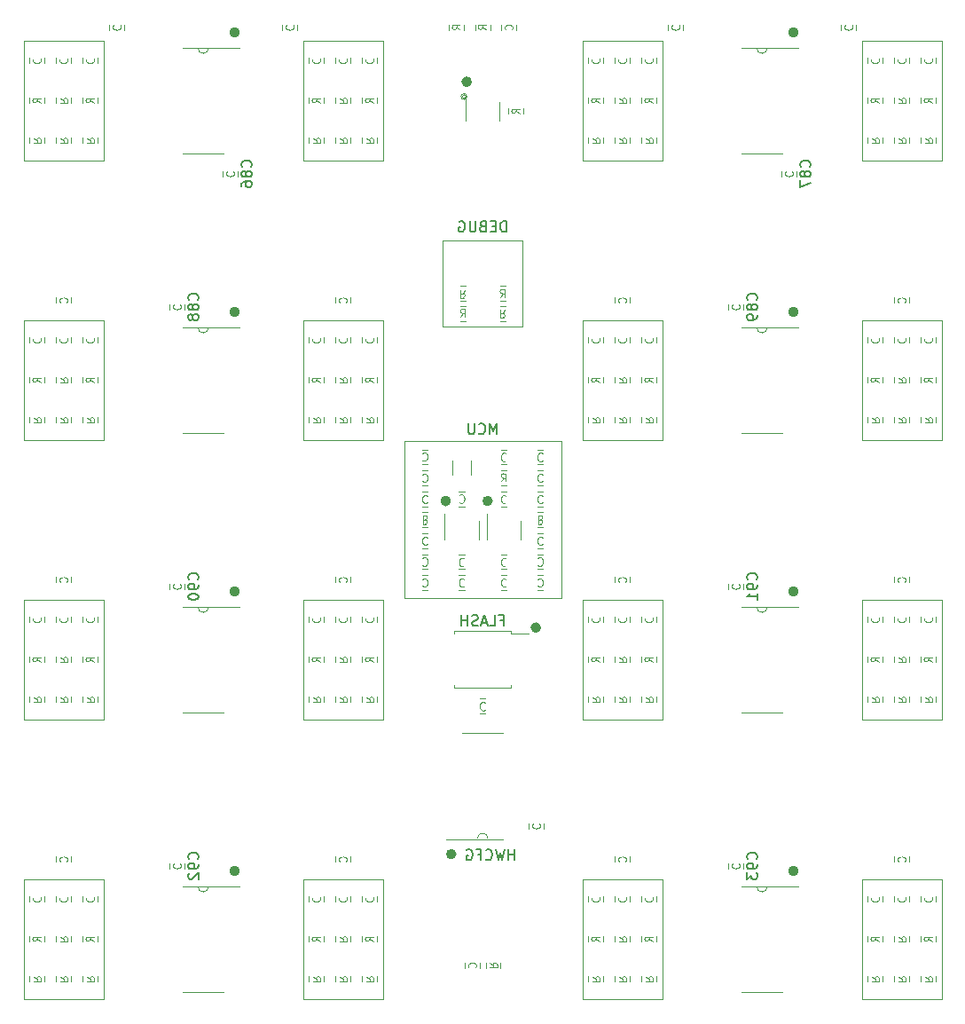
<source format=gbr>
G04 #@! TF.GenerationSoftware,KiCad,Pcbnew,(5.1.2)-2*
G04 #@! TF.CreationDate,2019-09-25T13:44:58+02:00*
G04 #@! TF.ProjectId,EN16,454e3136-2e6b-4696-9361-645f70636258,rev?*
G04 #@! TF.SameCoordinates,Original*
G04 #@! TF.FileFunction,Legend,Bot*
G04 #@! TF.FilePolarity,Positive*
%FSLAX46Y46*%
G04 Gerber Fmt 4.6, Leading zero omitted, Abs format (unit mm)*
G04 Created by KiCad (PCBNEW (5.1.2)-2) date 2019-09-25 13:44:58*
%MOMM*%
%LPD*%
G04 APERTURE LIST*
%ADD10C,0.120000*%
%ADD11C,0.150000*%
%ADD12C,0.500000*%
G04 APERTURE END LIST*
D10*
X136195000Y-65710000D02*
X136195000Y-54280000D01*
X143815000Y-54280000D02*
X143815000Y-65710000D01*
X136195000Y-54280000D02*
X143815000Y-54280000D01*
X143815000Y-65710000D02*
X136195000Y-65710000D01*
X109525000Y-65710000D02*
X109525000Y-54280000D01*
X117145000Y-54280000D02*
X117145000Y-65710000D01*
X109525000Y-54280000D02*
X117145000Y-54280000D01*
X117145000Y-65710000D02*
X109525000Y-65710000D01*
X82855000Y-65710000D02*
X82855000Y-54280000D01*
X90475000Y-54280000D02*
X90475000Y-65710000D01*
X82855000Y-54280000D02*
X90475000Y-54280000D01*
X90475000Y-65710000D02*
X82855000Y-65710000D01*
X56185000Y-65710000D02*
X56185000Y-54280000D01*
X63805000Y-54280000D02*
X63805000Y-65710000D01*
X56185000Y-54280000D02*
X63805000Y-54280000D01*
X63805000Y-65710000D02*
X56185000Y-65710000D01*
X136195000Y-92380000D02*
X136195000Y-80950000D01*
X143815000Y-80950000D02*
X143815000Y-92380000D01*
X136195000Y-80950000D02*
X143815000Y-80950000D01*
X143815000Y-92380000D02*
X136195000Y-92380000D01*
X109525000Y-92380000D02*
X109525000Y-80950000D01*
X117145000Y-80950000D02*
X117145000Y-92380000D01*
X109525000Y-80950000D02*
X117145000Y-80950000D01*
X117145000Y-92380000D02*
X109525000Y-92380000D01*
X82855000Y-92380000D02*
X82855000Y-80950000D01*
X90475000Y-80950000D02*
X90475000Y-92380000D01*
X82855000Y-80950000D02*
X90475000Y-80950000D01*
X90475000Y-92380000D02*
X82855000Y-92380000D01*
X56185000Y-92380000D02*
X56185000Y-80950000D01*
X63805000Y-80950000D02*
X63805000Y-92380000D01*
X56185000Y-80950000D02*
X63805000Y-80950000D01*
X63805000Y-92380000D02*
X56185000Y-92380000D01*
X56185000Y-119050000D02*
X56185000Y-107620000D01*
X63805000Y-107620000D02*
X63805000Y-119050000D01*
X56185000Y-107620000D02*
X63805000Y-107620000D01*
X63805000Y-119050000D02*
X56185000Y-119050000D01*
X82855000Y-119050000D02*
X82855000Y-107620000D01*
X90475000Y-107620000D02*
X90475000Y-119050000D01*
X82855000Y-107620000D02*
X90475000Y-107620000D01*
X90475000Y-119050000D02*
X82855000Y-119050000D01*
X109525000Y-119050000D02*
X109525000Y-107620000D01*
X117145000Y-107620000D02*
X117145000Y-119050000D01*
X109525000Y-107620000D02*
X117145000Y-107620000D01*
X117145000Y-119050000D02*
X109525000Y-119050000D01*
X136195000Y-119050000D02*
X136195000Y-107620000D01*
X143815000Y-107620000D02*
X143815000Y-119050000D01*
X136195000Y-107620000D02*
X143815000Y-107620000D01*
X143815000Y-119050000D02*
X136195000Y-119050000D01*
X136195000Y-145720000D02*
X136195000Y-134290000D01*
X143815000Y-134290000D02*
X143815000Y-145720000D01*
X136195000Y-134290000D02*
X143815000Y-134290000D01*
X143815000Y-145720000D02*
X136195000Y-145720000D01*
X109525000Y-145720000D02*
X109525000Y-134290000D01*
X117145000Y-134290000D02*
X117145000Y-145720000D01*
X109525000Y-134290000D02*
X117145000Y-134290000D01*
X117145000Y-145720000D02*
X109525000Y-145720000D01*
X82855000Y-145720000D02*
X82855000Y-134290000D01*
X90475000Y-134290000D02*
X90475000Y-145720000D01*
X82855000Y-134290000D02*
X90475000Y-134290000D01*
X90475000Y-145720000D02*
X82855000Y-145720000D01*
X56185000Y-145720000D02*
X56185000Y-134290000D01*
X63805000Y-145720000D02*
X56185000Y-145720000D01*
X63805000Y-134290000D02*
X63805000Y-145720000D01*
X56185000Y-134290000D02*
X63805000Y-134290000D01*
D11*
X102238095Y-72512380D02*
X102238095Y-71512380D01*
X102000000Y-71512380D01*
X101857142Y-71560000D01*
X101761904Y-71655238D01*
X101714285Y-71750476D01*
X101666666Y-71940952D01*
X101666666Y-72083809D01*
X101714285Y-72274285D01*
X101761904Y-72369523D01*
X101857142Y-72464761D01*
X102000000Y-72512380D01*
X102238095Y-72512380D01*
X101238095Y-71988571D02*
X100904761Y-71988571D01*
X100761904Y-72512380D02*
X101238095Y-72512380D01*
X101238095Y-71512380D01*
X100761904Y-71512380D01*
X100000000Y-71988571D02*
X99857142Y-72036190D01*
X99809523Y-72083809D01*
X99761904Y-72179047D01*
X99761904Y-72321904D01*
X99809523Y-72417142D01*
X99857142Y-72464761D01*
X99952380Y-72512380D01*
X100333333Y-72512380D01*
X100333333Y-71512380D01*
X100000000Y-71512380D01*
X99904761Y-71560000D01*
X99857142Y-71607619D01*
X99809523Y-71702857D01*
X99809523Y-71798095D01*
X99857142Y-71893333D01*
X99904761Y-71940952D01*
X100000000Y-71988571D01*
X100333333Y-71988571D01*
X99333333Y-71512380D02*
X99333333Y-72321904D01*
X99285714Y-72417142D01*
X99238095Y-72464761D01*
X99142857Y-72512380D01*
X98952380Y-72512380D01*
X98857142Y-72464761D01*
X98809523Y-72417142D01*
X98761904Y-72321904D01*
X98761904Y-71512380D01*
X97761904Y-71560000D02*
X97857142Y-71512380D01*
X98000000Y-71512380D01*
X98142857Y-71560000D01*
X98238095Y-71655238D01*
X98285714Y-71750476D01*
X98333333Y-71940952D01*
X98333333Y-72083809D01*
X98285714Y-72274285D01*
X98238095Y-72369523D01*
X98142857Y-72464761D01*
X98000000Y-72512380D01*
X97904761Y-72512380D01*
X97761904Y-72464761D01*
X97714285Y-72417142D01*
X97714285Y-72083809D01*
X97904761Y-72083809D01*
D10*
X103810000Y-73330000D02*
X96190000Y-73330000D01*
X103810000Y-81585000D02*
X103810000Y-73330000D01*
X96190000Y-81585000D02*
X103810000Y-81585000D01*
X96190000Y-73330000D02*
X96190000Y-81585000D01*
D11*
X101690476Y-109580571D02*
X102023809Y-109580571D01*
X102023809Y-110104380D02*
X102023809Y-109104380D01*
X101547619Y-109104380D01*
X100690476Y-110104380D02*
X101166666Y-110104380D01*
X101166666Y-109104380D01*
X100404761Y-109818666D02*
X99928571Y-109818666D01*
X100500000Y-110104380D02*
X100166666Y-109104380D01*
X99833333Y-110104380D01*
X99547619Y-110056761D02*
X99404761Y-110104380D01*
X99166666Y-110104380D01*
X99071428Y-110056761D01*
X99023809Y-110009142D01*
X98976190Y-109913904D01*
X98976190Y-109818666D01*
X99023809Y-109723428D01*
X99071428Y-109675809D01*
X99166666Y-109628190D01*
X99357142Y-109580571D01*
X99452380Y-109532952D01*
X99500000Y-109485333D01*
X99547619Y-109390095D01*
X99547619Y-109294857D01*
X99500000Y-109199619D01*
X99452380Y-109152000D01*
X99357142Y-109104380D01*
X99119047Y-109104380D01*
X98976190Y-109152000D01*
X98547619Y-110104380D02*
X98547619Y-109104380D01*
X98547619Y-109580571D02*
X97976190Y-109580571D01*
X97976190Y-110104380D02*
X97976190Y-109104380D01*
X103047714Y-132456380D02*
X103047714Y-131456380D01*
X103047714Y-131932571D02*
X102476285Y-131932571D01*
X102476285Y-132456380D02*
X102476285Y-131456380D01*
X102095333Y-131456380D02*
X101857238Y-132456380D01*
X101666761Y-131742095D01*
X101476285Y-132456380D01*
X101238190Y-131456380D01*
X100285809Y-132361142D02*
X100333428Y-132408761D01*
X100476285Y-132456380D01*
X100571523Y-132456380D01*
X100714380Y-132408761D01*
X100809619Y-132313523D01*
X100857238Y-132218285D01*
X100904857Y-132027809D01*
X100904857Y-131884952D01*
X100857238Y-131694476D01*
X100809619Y-131599238D01*
X100714380Y-131504000D01*
X100571523Y-131456380D01*
X100476285Y-131456380D01*
X100333428Y-131504000D01*
X100285809Y-131551619D01*
X99523904Y-131932571D02*
X99857238Y-131932571D01*
X99857238Y-132456380D02*
X99857238Y-131456380D01*
X99381047Y-131456380D01*
X98476285Y-131504000D02*
X98571523Y-131456380D01*
X98714380Y-131456380D01*
X98857238Y-131504000D01*
X98952476Y-131599238D01*
X99000095Y-131694476D01*
X99047714Y-131884952D01*
X99047714Y-132027809D01*
X99000095Y-132218285D01*
X98952476Y-132313523D01*
X98857238Y-132408761D01*
X98714380Y-132456380D01*
X98619142Y-132456380D01*
X98476285Y-132408761D01*
X98428666Y-132361142D01*
X98428666Y-132027809D01*
X98619142Y-132027809D01*
X101357142Y-91816380D02*
X101357142Y-90816380D01*
X101023809Y-91530666D01*
X100690476Y-90816380D01*
X100690476Y-91816380D01*
X99642857Y-91721142D02*
X99690476Y-91768761D01*
X99833333Y-91816380D01*
X99928571Y-91816380D01*
X100071428Y-91768761D01*
X100166666Y-91673523D01*
X100214285Y-91578285D01*
X100261904Y-91387809D01*
X100261904Y-91244952D01*
X100214285Y-91054476D01*
X100166666Y-90959238D01*
X100071428Y-90864000D01*
X99928571Y-90816380D01*
X99833333Y-90816380D01*
X99690476Y-90864000D01*
X99642857Y-90911619D01*
X99214285Y-90816380D02*
X99214285Y-91625904D01*
X99166666Y-91721142D01*
X99119047Y-91768761D01*
X99023809Y-91816380D01*
X98833333Y-91816380D01*
X98738095Y-91768761D01*
X98690476Y-91721142D01*
X98642857Y-91625904D01*
X98642857Y-90816380D01*
D10*
X92500000Y-107500000D02*
X92500000Y-92500000D01*
X107500000Y-107500000D02*
X92500000Y-107500000D01*
X107500000Y-92500000D02*
X107500000Y-107500000D01*
X92500000Y-92500000D02*
X107500000Y-92500000D01*
X98505981Y-59614000D02*
G75*
G03X98505981Y-59614000I-283981J0D01*
G01*
X98401605Y-59614000D02*
G75*
G03X98401605Y-59614000I-179605J0D01*
G01*
X60122000Y-105486400D02*
X59995000Y-105461000D01*
X60274400Y-105537200D02*
X60122000Y-105486400D01*
X60376000Y-105664200D02*
X60274400Y-105537200D01*
X60376000Y-105816600D02*
X60376000Y-105664200D01*
X60299800Y-105943600D02*
X60376000Y-105816600D01*
X59842600Y-105486400D02*
X59969600Y-105461000D01*
X59690200Y-105537200D02*
X59842600Y-105486400D01*
X59588600Y-105664200D02*
X59690200Y-105537200D01*
X59588600Y-105816600D02*
X59588600Y-105664200D01*
X59664800Y-105943600D02*
X59588600Y-105816600D01*
X60705000Y-105456422D02*
X60705000Y-105973578D01*
X59285000Y-105456422D02*
X59285000Y-105973578D01*
X72830000Y-135005000D02*
G75*
G03X73830000Y-135005000I500000J0D01*
G01*
X73330000Y-145065000D02*
X71380000Y-145065000D01*
X73330000Y-145065000D02*
X75280000Y-145065000D01*
X73330000Y-134945000D02*
X71380000Y-134945000D01*
X73330000Y-134945000D02*
X76780000Y-134945000D01*
D12*
X76580000Y-133505000D02*
G75*
G03X76580000Y-133505000I-250000J0D01*
G01*
D10*
X72830000Y-108335000D02*
G75*
G03X73830000Y-108335000I500000J0D01*
G01*
X73330000Y-118395000D02*
X71380000Y-118395000D01*
X73330000Y-118395000D02*
X75280000Y-118395000D01*
X73330000Y-108275000D02*
X71380000Y-108275000D01*
X73330000Y-108275000D02*
X76780000Y-108275000D01*
D12*
X76580000Y-106835000D02*
G75*
G03X76580000Y-106835000I-250000J0D01*
G01*
D10*
X124003000Y-133248600D02*
X124130000Y-133274000D01*
X123850600Y-133197800D02*
X124003000Y-133248600D01*
X123749000Y-133070800D02*
X123850600Y-133197800D01*
X123749000Y-132918400D02*
X123749000Y-133070800D01*
X123825200Y-132791400D02*
X123749000Y-132918400D01*
X124282400Y-133248600D02*
X124155400Y-133274000D01*
X124434800Y-133197800D02*
X124282400Y-133248600D01*
X124536400Y-133070800D02*
X124434800Y-133197800D01*
X124536400Y-132918400D02*
X124536400Y-133070800D01*
X124460200Y-132791400D02*
X124536400Y-132918400D01*
X123420000Y-133278578D02*
X123420000Y-132761422D01*
X124840000Y-133278578D02*
X124840000Y-132761422D01*
X70663000Y-133248600D02*
X70790000Y-133274000D01*
X70510600Y-133197800D02*
X70663000Y-133248600D01*
X70409000Y-133070800D02*
X70510600Y-133197800D01*
X70409000Y-132918400D02*
X70409000Y-133070800D01*
X70485200Y-132791400D02*
X70409000Y-132918400D01*
X70942400Y-133248600D02*
X70815400Y-133274000D01*
X71094800Y-133197800D02*
X70942400Y-133248600D01*
X71196400Y-133070800D02*
X71094800Y-133197800D01*
X71196400Y-132918400D02*
X71196400Y-133070800D01*
X71120200Y-132791400D02*
X71196400Y-132918400D01*
X70080000Y-133278578D02*
X70080000Y-132761422D01*
X71500000Y-133278578D02*
X71500000Y-132761422D01*
X124003000Y-106578600D02*
X124130000Y-106604000D01*
X123850600Y-106527800D02*
X124003000Y-106578600D01*
X123749000Y-106400800D02*
X123850600Y-106527800D01*
X123749000Y-106248400D02*
X123749000Y-106400800D01*
X123825200Y-106121400D02*
X123749000Y-106248400D01*
X124282400Y-106578600D02*
X124155400Y-106604000D01*
X124434800Y-106527800D02*
X124282400Y-106578600D01*
X124536400Y-106400800D02*
X124434800Y-106527800D01*
X124536400Y-106248400D02*
X124536400Y-106400800D01*
X124460200Y-106121400D02*
X124536400Y-106248400D01*
X123420000Y-106608578D02*
X123420000Y-106091422D01*
X124840000Y-106608578D02*
X124840000Y-106091422D01*
X70663000Y-106578600D02*
X70790000Y-106604000D01*
X70510600Y-106527800D02*
X70663000Y-106578600D01*
X70409000Y-106400800D02*
X70510600Y-106527800D01*
X70409000Y-106248400D02*
X70409000Y-106400800D01*
X70485200Y-106121400D02*
X70409000Y-106248400D01*
X70942400Y-106578600D02*
X70815400Y-106604000D01*
X71094800Y-106527800D02*
X70942400Y-106578600D01*
X71196400Y-106400800D02*
X71094800Y-106527800D01*
X71196400Y-106248400D02*
X71196400Y-106400800D01*
X71120200Y-106121400D02*
X71196400Y-106248400D01*
X70080000Y-106608578D02*
X70080000Y-106091422D01*
X71500000Y-106608578D02*
X71500000Y-106091422D01*
X124003000Y-79908600D02*
X124130000Y-79934000D01*
X123850600Y-79857800D02*
X124003000Y-79908600D01*
X123749000Y-79730800D02*
X123850600Y-79857800D01*
X123749000Y-79578400D02*
X123749000Y-79730800D01*
X123825200Y-79451400D02*
X123749000Y-79578400D01*
X124282400Y-79908600D02*
X124155400Y-79934000D01*
X124434800Y-79857800D02*
X124282400Y-79908600D01*
X124536400Y-79730800D02*
X124434800Y-79857800D01*
X124536400Y-79578400D02*
X124536400Y-79730800D01*
X124460200Y-79451400D02*
X124536400Y-79578400D01*
X123420000Y-79938578D02*
X123420000Y-79421422D01*
X124840000Y-79938578D02*
X124840000Y-79421422D01*
X70663000Y-79908600D02*
X70790000Y-79934000D01*
X70510600Y-79857800D02*
X70663000Y-79908600D01*
X70409000Y-79730800D02*
X70510600Y-79857800D01*
X70409000Y-79578400D02*
X70409000Y-79730800D01*
X70485200Y-79451400D02*
X70409000Y-79578400D01*
X70942400Y-79908600D02*
X70815400Y-79934000D01*
X71094800Y-79857800D02*
X70942400Y-79908600D01*
X71196400Y-79730800D02*
X71094800Y-79857800D01*
X71196400Y-79578400D02*
X71196400Y-79730800D01*
X71120200Y-79451400D02*
X71196400Y-79578400D01*
X70080000Y-79938578D02*
X70080000Y-79421422D01*
X71500000Y-79938578D02*
X71500000Y-79421422D01*
X129083000Y-67208600D02*
X129210000Y-67234000D01*
X128930600Y-67157800D02*
X129083000Y-67208600D01*
X128829000Y-67030800D02*
X128930600Y-67157800D01*
X128829000Y-66878400D02*
X128829000Y-67030800D01*
X128905200Y-66751400D02*
X128829000Y-66878400D01*
X129362400Y-67208600D02*
X129235400Y-67234000D01*
X129514800Y-67157800D02*
X129362400Y-67208600D01*
X129616400Y-67030800D02*
X129514800Y-67157800D01*
X129616400Y-66878400D02*
X129616400Y-67030800D01*
X129540200Y-66751400D02*
X129616400Y-66878400D01*
X128500000Y-67238578D02*
X128500000Y-66721422D01*
X129920000Y-67238578D02*
X129920000Y-66721422D01*
X75743000Y-67208600D02*
X75870000Y-67234000D01*
X75590600Y-67157800D02*
X75743000Y-67208600D01*
X75489000Y-67030800D02*
X75590600Y-67157800D01*
X75489000Y-66878400D02*
X75489000Y-67030800D01*
X75565200Y-66751400D02*
X75489000Y-66878400D01*
X76022400Y-67208600D02*
X75895400Y-67234000D01*
X76174800Y-67157800D02*
X76022400Y-67208600D01*
X76276400Y-67030800D02*
X76174800Y-67157800D01*
X76276400Y-66878400D02*
X76276400Y-67030800D01*
X76200200Y-66751400D02*
X76276400Y-66878400D01*
X75160000Y-67238578D02*
X75160000Y-66721422D01*
X76580000Y-67238578D02*
X76580000Y-66721422D01*
X126170000Y-135005000D02*
G75*
G03X127170000Y-135005000I500000J0D01*
G01*
X126670000Y-145065000D02*
X124720000Y-145065000D01*
X126670000Y-145065000D02*
X128620000Y-145065000D01*
X126670000Y-134945000D02*
X124720000Y-134945000D01*
X126670000Y-134945000D02*
X130120000Y-134945000D01*
D12*
X129920000Y-133505000D02*
G75*
G03X129920000Y-133505000I-250000J0D01*
G01*
D10*
X137058600Y-140030400D02*
G75*
G03X137465000Y-140030400I203200J0D01*
G01*
X137795200Y-140233600D02*
X137465000Y-140005000D01*
X137465000Y-139801800D02*
X137465000Y-140030400D01*
X137058600Y-139801800D02*
X137058600Y-140081200D01*
X137795200Y-139801800D02*
X137058600Y-139801800D01*
X138175000Y-139746422D02*
X138175000Y-140263578D01*
X136755000Y-139746422D02*
X136755000Y-140263578D01*
X142138600Y-140030400D02*
G75*
G03X142545000Y-140030400I203200J0D01*
G01*
X142875200Y-140233600D02*
X142545000Y-140005000D01*
X142545000Y-139801800D02*
X142545000Y-140030400D01*
X142138600Y-139801800D02*
X142138600Y-140081200D01*
X142875200Y-139801800D02*
X142138600Y-139801800D01*
X143255000Y-139746422D02*
X143255000Y-140263578D01*
X141835000Y-139746422D02*
X141835000Y-140263578D01*
X140411400Y-139979600D02*
G75*
G03X140005000Y-139979600I-203200J0D01*
G01*
X139674800Y-139776400D02*
X140005000Y-140005000D01*
X140005000Y-140208200D02*
X140005000Y-139979600D01*
X140411400Y-140208200D02*
X140411400Y-139928800D01*
X139674800Y-140208200D02*
X140411400Y-140208200D01*
X139295000Y-140263578D02*
X139295000Y-139746422D01*
X140715000Y-140263578D02*
X140715000Y-139746422D01*
X137871400Y-143789600D02*
G75*
G03X137465000Y-143789600I-203200J0D01*
G01*
X137134800Y-143586400D02*
X137465000Y-143815000D01*
X137465000Y-144018200D02*
X137465000Y-143789600D01*
X137871400Y-144018200D02*
X137871400Y-143738800D01*
X137134800Y-144018200D02*
X137871400Y-144018200D01*
X136755000Y-144073578D02*
X136755000Y-143556422D01*
X138175000Y-144073578D02*
X138175000Y-143556422D01*
X142951400Y-143789600D02*
G75*
G03X142545000Y-143789600I-203200J0D01*
G01*
X142214800Y-143586400D02*
X142545000Y-143815000D01*
X142545000Y-144018200D02*
X142545000Y-143789600D01*
X142951400Y-144018200D02*
X142951400Y-143738800D01*
X142214800Y-144018200D02*
X142951400Y-144018200D01*
X141835000Y-144073578D02*
X141835000Y-143556422D01*
X143255000Y-144073578D02*
X143255000Y-143556422D01*
X140411400Y-143789600D02*
G75*
G03X140005000Y-143789600I-203200J0D01*
G01*
X139674800Y-143586400D02*
X140005000Y-143815000D01*
X140005000Y-144018200D02*
X140005000Y-143789600D01*
X140411400Y-144018200D02*
X140411400Y-143738800D01*
X139674800Y-144018200D02*
X140411400Y-144018200D01*
X139295000Y-144073578D02*
X139295000Y-143556422D01*
X140715000Y-144073578D02*
X140715000Y-143556422D01*
X110388600Y-140030400D02*
G75*
G03X110795000Y-140030400I203200J0D01*
G01*
X111125200Y-140233600D02*
X110795000Y-140005000D01*
X110795000Y-139801800D02*
X110795000Y-140030400D01*
X110388600Y-139801800D02*
X110388600Y-140081200D01*
X111125200Y-139801800D02*
X110388600Y-139801800D01*
X111505000Y-139746422D02*
X111505000Y-140263578D01*
X110085000Y-139746422D02*
X110085000Y-140263578D01*
X115468600Y-140030400D02*
G75*
G03X115875000Y-140030400I203200J0D01*
G01*
X116205200Y-140233600D02*
X115875000Y-140005000D01*
X115875000Y-139801800D02*
X115875000Y-140030400D01*
X115468600Y-139801800D02*
X115468600Y-140081200D01*
X116205200Y-139801800D02*
X115468600Y-139801800D01*
X116585000Y-139746422D02*
X116585000Y-140263578D01*
X115165000Y-139746422D02*
X115165000Y-140263578D01*
X113741400Y-139979600D02*
G75*
G03X113335000Y-139979600I-203200J0D01*
G01*
X113004800Y-139776400D02*
X113335000Y-140005000D01*
X113335000Y-140208200D02*
X113335000Y-139979600D01*
X113741400Y-140208200D02*
X113741400Y-139928800D01*
X113004800Y-140208200D02*
X113741400Y-140208200D01*
X112625000Y-140263578D02*
X112625000Y-139746422D01*
X114045000Y-140263578D02*
X114045000Y-139746422D01*
X111201400Y-143789600D02*
G75*
G03X110795000Y-143789600I-203200J0D01*
G01*
X110464800Y-143586400D02*
X110795000Y-143815000D01*
X110795000Y-144018200D02*
X110795000Y-143789600D01*
X111201400Y-144018200D02*
X111201400Y-143738800D01*
X110464800Y-144018200D02*
X111201400Y-144018200D01*
X110085000Y-144073578D02*
X110085000Y-143556422D01*
X111505000Y-144073578D02*
X111505000Y-143556422D01*
X116281400Y-143789600D02*
G75*
G03X115875000Y-143789600I-203200J0D01*
G01*
X115544800Y-143586400D02*
X115875000Y-143815000D01*
X115875000Y-144018200D02*
X115875000Y-143789600D01*
X116281400Y-144018200D02*
X116281400Y-143738800D01*
X115544800Y-144018200D02*
X116281400Y-144018200D01*
X115165000Y-144073578D02*
X115165000Y-143556422D01*
X116585000Y-144073578D02*
X116585000Y-143556422D01*
X113741400Y-143789600D02*
G75*
G03X113335000Y-143789600I-203200J0D01*
G01*
X113004800Y-143586400D02*
X113335000Y-143815000D01*
X113335000Y-144018200D02*
X113335000Y-143789600D01*
X113741400Y-144018200D02*
X113741400Y-143738800D01*
X113004800Y-144018200D02*
X113741400Y-144018200D01*
X112625000Y-144073578D02*
X112625000Y-143556422D01*
X114045000Y-144073578D02*
X114045000Y-143556422D01*
X83718600Y-140030400D02*
G75*
G03X84125000Y-140030400I203200J0D01*
G01*
X84455200Y-140233600D02*
X84125000Y-140005000D01*
X84125000Y-139801800D02*
X84125000Y-140030400D01*
X83718600Y-139801800D02*
X83718600Y-140081200D01*
X84455200Y-139801800D02*
X83718600Y-139801800D01*
X84835000Y-139746422D02*
X84835000Y-140263578D01*
X83415000Y-139746422D02*
X83415000Y-140263578D01*
X88798600Y-140030400D02*
G75*
G03X89205000Y-140030400I203200J0D01*
G01*
X89535200Y-140233600D02*
X89205000Y-140005000D01*
X89205000Y-139801800D02*
X89205000Y-140030400D01*
X88798600Y-139801800D02*
X88798600Y-140081200D01*
X89535200Y-139801800D02*
X88798600Y-139801800D01*
X89915000Y-139746422D02*
X89915000Y-140263578D01*
X88495000Y-139746422D02*
X88495000Y-140263578D01*
X87071400Y-139979600D02*
G75*
G03X86665000Y-139979600I-203200J0D01*
G01*
X86334800Y-139776400D02*
X86665000Y-140005000D01*
X86665000Y-140208200D02*
X86665000Y-139979600D01*
X87071400Y-140208200D02*
X87071400Y-139928800D01*
X86334800Y-140208200D02*
X87071400Y-140208200D01*
X85955000Y-140263578D02*
X85955000Y-139746422D01*
X87375000Y-140263578D02*
X87375000Y-139746422D01*
X84531400Y-143789600D02*
G75*
G03X84125000Y-143789600I-203200J0D01*
G01*
X83794800Y-143586400D02*
X84125000Y-143815000D01*
X84125000Y-144018200D02*
X84125000Y-143789600D01*
X84531400Y-144018200D02*
X84531400Y-143738800D01*
X83794800Y-144018200D02*
X84531400Y-144018200D01*
X83415000Y-144073578D02*
X83415000Y-143556422D01*
X84835000Y-144073578D02*
X84835000Y-143556422D01*
X89611400Y-143789600D02*
G75*
G03X89205000Y-143789600I-203200J0D01*
G01*
X88874800Y-143586400D02*
X89205000Y-143815000D01*
X89205000Y-144018200D02*
X89205000Y-143789600D01*
X89611400Y-144018200D02*
X89611400Y-143738800D01*
X88874800Y-144018200D02*
X89611400Y-144018200D01*
X88495000Y-144073578D02*
X88495000Y-143556422D01*
X89915000Y-144073578D02*
X89915000Y-143556422D01*
X87071400Y-143789600D02*
G75*
G03X86665000Y-143789600I-203200J0D01*
G01*
X86334800Y-143586400D02*
X86665000Y-143815000D01*
X86665000Y-144018200D02*
X86665000Y-143789600D01*
X87071400Y-144018200D02*
X87071400Y-143738800D01*
X86334800Y-144018200D02*
X87071400Y-144018200D01*
X85955000Y-144073578D02*
X85955000Y-143556422D01*
X87375000Y-144073578D02*
X87375000Y-143556422D01*
X57048600Y-140030400D02*
G75*
G03X57455000Y-140030400I203200J0D01*
G01*
X57785200Y-140233600D02*
X57455000Y-140005000D01*
X57455000Y-139801800D02*
X57455000Y-140030400D01*
X57048600Y-139801800D02*
X57048600Y-140081200D01*
X57785200Y-139801800D02*
X57048600Y-139801800D01*
X58165000Y-139746422D02*
X58165000Y-140263578D01*
X56745000Y-139746422D02*
X56745000Y-140263578D01*
X62128600Y-140030400D02*
G75*
G03X62535000Y-140030400I203200J0D01*
G01*
X62865200Y-140233600D02*
X62535000Y-140005000D01*
X62535000Y-139801800D02*
X62535000Y-140030400D01*
X62128600Y-139801800D02*
X62128600Y-140081200D01*
X62865200Y-139801800D02*
X62128600Y-139801800D01*
X63245000Y-139746422D02*
X63245000Y-140263578D01*
X61825000Y-139746422D02*
X61825000Y-140263578D01*
X60401400Y-139979600D02*
G75*
G03X59995000Y-139979600I-203200J0D01*
G01*
X59664800Y-139776400D02*
X59995000Y-140005000D01*
X59995000Y-140208200D02*
X59995000Y-139979600D01*
X60401400Y-140208200D02*
X60401400Y-139928800D01*
X59664800Y-140208200D02*
X60401400Y-140208200D01*
X59285000Y-140263578D02*
X59285000Y-139746422D01*
X60705000Y-140263578D02*
X60705000Y-139746422D01*
X57861400Y-143789600D02*
G75*
G03X57455000Y-143789600I-203200J0D01*
G01*
X57124800Y-143586400D02*
X57455000Y-143815000D01*
X57455000Y-144018200D02*
X57455000Y-143789600D01*
X57861400Y-144018200D02*
X57861400Y-143738800D01*
X57124800Y-144018200D02*
X57861400Y-144018200D01*
X56745000Y-144073578D02*
X56745000Y-143556422D01*
X58165000Y-144073578D02*
X58165000Y-143556422D01*
X62941400Y-143789600D02*
G75*
G03X62535000Y-143789600I-203200J0D01*
G01*
X62204800Y-143586400D02*
X62535000Y-143815000D01*
X62535000Y-144018200D02*
X62535000Y-143789600D01*
X62941400Y-144018200D02*
X62941400Y-143738800D01*
X62204800Y-144018200D02*
X62941400Y-144018200D01*
X61825000Y-144073578D02*
X61825000Y-143556422D01*
X63245000Y-144073578D02*
X63245000Y-143556422D01*
X60401400Y-143789600D02*
G75*
G03X59995000Y-143789600I-203200J0D01*
G01*
X59664800Y-143586400D02*
X59995000Y-143815000D01*
X59995000Y-144018200D02*
X59995000Y-143789600D01*
X60401400Y-144018200D02*
X60401400Y-143738800D01*
X59664800Y-144018200D02*
X60401400Y-144018200D01*
X59285000Y-144073578D02*
X59285000Y-143556422D01*
X60705000Y-144073578D02*
X60705000Y-143556422D01*
X137338000Y-136423600D02*
X137465000Y-136449000D01*
X137185600Y-136372800D02*
X137338000Y-136423600D01*
X137084000Y-136245800D02*
X137185600Y-136372800D01*
X137084000Y-136093400D02*
X137084000Y-136245800D01*
X137160200Y-135966400D02*
X137084000Y-136093400D01*
X137617400Y-136423600D02*
X137490400Y-136449000D01*
X137769800Y-136372800D02*
X137617400Y-136423600D01*
X137871400Y-136245800D02*
X137769800Y-136372800D01*
X137871400Y-136093400D02*
X137871400Y-136245800D01*
X137795200Y-135966400D02*
X137871400Y-136093400D01*
X136755000Y-136453578D02*
X136755000Y-135936422D01*
X138175000Y-136453578D02*
X138175000Y-135936422D01*
X142418000Y-136423600D02*
X142545000Y-136449000D01*
X142265600Y-136372800D02*
X142418000Y-136423600D01*
X142164000Y-136245800D02*
X142265600Y-136372800D01*
X142164000Y-136093400D02*
X142164000Y-136245800D01*
X142240200Y-135966400D02*
X142164000Y-136093400D01*
X142697400Y-136423600D02*
X142570400Y-136449000D01*
X142849800Y-136372800D02*
X142697400Y-136423600D01*
X142951400Y-136245800D02*
X142849800Y-136372800D01*
X142951400Y-136093400D02*
X142951400Y-136245800D01*
X142875200Y-135966400D02*
X142951400Y-136093400D01*
X141835000Y-136453578D02*
X141835000Y-135936422D01*
X143255000Y-136453578D02*
X143255000Y-135936422D01*
X139878000Y-136423600D02*
X140005000Y-136449000D01*
X139725600Y-136372800D02*
X139878000Y-136423600D01*
X139624000Y-136245800D02*
X139725600Y-136372800D01*
X139624000Y-136093400D02*
X139624000Y-136245800D01*
X139700200Y-135966400D02*
X139624000Y-136093400D01*
X140157400Y-136423600D02*
X140030400Y-136449000D01*
X140309800Y-136372800D02*
X140157400Y-136423600D01*
X140411400Y-136245800D02*
X140309800Y-136372800D01*
X140411400Y-136093400D02*
X140411400Y-136245800D01*
X140335200Y-135966400D02*
X140411400Y-136093400D01*
X139295000Y-136453578D02*
X139295000Y-135936422D01*
X140715000Y-136453578D02*
X140715000Y-135936422D01*
X110668000Y-136423600D02*
X110795000Y-136449000D01*
X110515600Y-136372800D02*
X110668000Y-136423600D01*
X110414000Y-136245800D02*
X110515600Y-136372800D01*
X110414000Y-136093400D02*
X110414000Y-136245800D01*
X110490200Y-135966400D02*
X110414000Y-136093400D01*
X110947400Y-136423600D02*
X110820400Y-136449000D01*
X111099800Y-136372800D02*
X110947400Y-136423600D01*
X111201400Y-136245800D02*
X111099800Y-136372800D01*
X111201400Y-136093400D02*
X111201400Y-136245800D01*
X111125200Y-135966400D02*
X111201400Y-136093400D01*
X110085000Y-136453578D02*
X110085000Y-135936422D01*
X111505000Y-136453578D02*
X111505000Y-135936422D01*
X115748000Y-136423600D02*
X115875000Y-136449000D01*
X115595600Y-136372800D02*
X115748000Y-136423600D01*
X115494000Y-136245800D02*
X115595600Y-136372800D01*
X115494000Y-136093400D02*
X115494000Y-136245800D01*
X115570200Y-135966400D02*
X115494000Y-136093400D01*
X116027400Y-136423600D02*
X115900400Y-136449000D01*
X116179800Y-136372800D02*
X116027400Y-136423600D01*
X116281400Y-136245800D02*
X116179800Y-136372800D01*
X116281400Y-136093400D02*
X116281400Y-136245800D01*
X116205200Y-135966400D02*
X116281400Y-136093400D01*
X115165000Y-136453578D02*
X115165000Y-135936422D01*
X116585000Y-136453578D02*
X116585000Y-135936422D01*
X113208000Y-136423600D02*
X113335000Y-136449000D01*
X113055600Y-136372800D02*
X113208000Y-136423600D01*
X112954000Y-136245800D02*
X113055600Y-136372800D01*
X112954000Y-136093400D02*
X112954000Y-136245800D01*
X113030200Y-135966400D02*
X112954000Y-136093400D01*
X113487400Y-136423600D02*
X113360400Y-136449000D01*
X113639800Y-136372800D02*
X113487400Y-136423600D01*
X113741400Y-136245800D02*
X113639800Y-136372800D01*
X113741400Y-136093400D02*
X113741400Y-136245800D01*
X113665200Y-135966400D02*
X113741400Y-136093400D01*
X112625000Y-136453578D02*
X112625000Y-135936422D01*
X114045000Y-136453578D02*
X114045000Y-135936422D01*
X83998000Y-136423600D02*
X84125000Y-136449000D01*
X83845600Y-136372800D02*
X83998000Y-136423600D01*
X83744000Y-136245800D02*
X83845600Y-136372800D01*
X83744000Y-136093400D02*
X83744000Y-136245800D01*
X83820200Y-135966400D02*
X83744000Y-136093400D01*
X84277400Y-136423600D02*
X84150400Y-136449000D01*
X84429800Y-136372800D02*
X84277400Y-136423600D01*
X84531400Y-136245800D02*
X84429800Y-136372800D01*
X84531400Y-136093400D02*
X84531400Y-136245800D01*
X84455200Y-135966400D02*
X84531400Y-136093400D01*
X83415000Y-136453578D02*
X83415000Y-135936422D01*
X84835000Y-136453578D02*
X84835000Y-135936422D01*
X89078000Y-136423600D02*
X89205000Y-136449000D01*
X88925600Y-136372800D02*
X89078000Y-136423600D01*
X88824000Y-136245800D02*
X88925600Y-136372800D01*
X88824000Y-136093400D02*
X88824000Y-136245800D01*
X88900200Y-135966400D02*
X88824000Y-136093400D01*
X89357400Y-136423600D02*
X89230400Y-136449000D01*
X89509800Y-136372800D02*
X89357400Y-136423600D01*
X89611400Y-136245800D02*
X89509800Y-136372800D01*
X89611400Y-136093400D02*
X89611400Y-136245800D01*
X89535200Y-135966400D02*
X89611400Y-136093400D01*
X88495000Y-136453578D02*
X88495000Y-135936422D01*
X89915000Y-136453578D02*
X89915000Y-135936422D01*
X86538000Y-136423600D02*
X86665000Y-136449000D01*
X86385600Y-136372800D02*
X86538000Y-136423600D01*
X86284000Y-136245800D02*
X86385600Y-136372800D01*
X86284000Y-136093400D02*
X86284000Y-136245800D01*
X86360200Y-135966400D02*
X86284000Y-136093400D01*
X86817400Y-136423600D02*
X86690400Y-136449000D01*
X86969800Y-136372800D02*
X86817400Y-136423600D01*
X87071400Y-136245800D02*
X86969800Y-136372800D01*
X87071400Y-136093400D02*
X87071400Y-136245800D01*
X86995200Y-135966400D02*
X87071400Y-136093400D01*
X85955000Y-136453578D02*
X85955000Y-135936422D01*
X87375000Y-136453578D02*
X87375000Y-135936422D01*
X57328000Y-136423600D02*
X57455000Y-136449000D01*
X57175600Y-136372800D02*
X57328000Y-136423600D01*
X57074000Y-136245800D02*
X57175600Y-136372800D01*
X57074000Y-136093400D02*
X57074000Y-136245800D01*
X57150200Y-135966400D02*
X57074000Y-136093400D01*
X57607400Y-136423600D02*
X57480400Y-136449000D01*
X57759800Y-136372800D02*
X57607400Y-136423600D01*
X57861400Y-136245800D02*
X57759800Y-136372800D01*
X57861400Y-136093400D02*
X57861400Y-136245800D01*
X57785200Y-135966400D02*
X57861400Y-136093400D01*
X56745000Y-136453578D02*
X56745000Y-135936422D01*
X58165000Y-136453578D02*
X58165000Y-135936422D01*
X62408000Y-136423600D02*
X62535000Y-136449000D01*
X62255600Y-136372800D02*
X62408000Y-136423600D01*
X62154000Y-136245800D02*
X62255600Y-136372800D01*
X62154000Y-136093400D02*
X62154000Y-136245800D01*
X62230200Y-135966400D02*
X62154000Y-136093400D01*
X62687400Y-136423600D02*
X62560400Y-136449000D01*
X62839800Y-136372800D02*
X62687400Y-136423600D01*
X62941400Y-136245800D02*
X62839800Y-136372800D01*
X62941400Y-136093400D02*
X62941400Y-136245800D01*
X62865200Y-135966400D02*
X62941400Y-136093400D01*
X61825000Y-136453578D02*
X61825000Y-135936422D01*
X63245000Y-136453578D02*
X63245000Y-135936422D01*
X59868000Y-136423600D02*
X59995000Y-136449000D01*
X59715600Y-136372800D02*
X59868000Y-136423600D01*
X59614000Y-136245800D02*
X59715600Y-136372800D01*
X59614000Y-136093400D02*
X59614000Y-136245800D01*
X59690200Y-135966400D02*
X59614000Y-136093400D01*
X60147400Y-136423600D02*
X60020400Y-136449000D01*
X60299800Y-136372800D02*
X60147400Y-136423600D01*
X60401400Y-136245800D02*
X60299800Y-136372800D01*
X60401400Y-136093400D02*
X60401400Y-136245800D01*
X60325200Y-135966400D02*
X60401400Y-136093400D01*
X59285000Y-136453578D02*
X59285000Y-135936422D01*
X60705000Y-136453578D02*
X60705000Y-135936422D01*
X126170000Y-108335000D02*
G75*
G03X127170000Y-108335000I500000J0D01*
G01*
X126670000Y-118395000D02*
X124720000Y-118395000D01*
X126670000Y-118395000D02*
X128620000Y-118395000D01*
X126670000Y-108275000D02*
X124720000Y-108275000D01*
X126670000Y-108275000D02*
X130120000Y-108275000D01*
D12*
X129920000Y-106835000D02*
G75*
G03X129920000Y-106835000I-250000J0D01*
G01*
D10*
X137058600Y-113360400D02*
G75*
G03X137465000Y-113360400I203200J0D01*
G01*
X137795200Y-113563600D02*
X137465000Y-113335000D01*
X137465000Y-113131800D02*
X137465000Y-113360400D01*
X137058600Y-113131800D02*
X137058600Y-113411200D01*
X137795200Y-113131800D02*
X137058600Y-113131800D01*
X138175000Y-113076422D02*
X138175000Y-113593578D01*
X136755000Y-113076422D02*
X136755000Y-113593578D01*
X142138600Y-113360400D02*
G75*
G03X142545000Y-113360400I203200J0D01*
G01*
X142875200Y-113563600D02*
X142545000Y-113335000D01*
X142545000Y-113131800D02*
X142545000Y-113360400D01*
X142138600Y-113131800D02*
X142138600Y-113411200D01*
X142875200Y-113131800D02*
X142138600Y-113131800D01*
X143255000Y-113076422D02*
X143255000Y-113593578D01*
X141835000Y-113076422D02*
X141835000Y-113593578D01*
X140411400Y-113309600D02*
G75*
G03X140005000Y-113309600I-203200J0D01*
G01*
X139674800Y-113106400D02*
X140005000Y-113335000D01*
X140005000Y-113538200D02*
X140005000Y-113309600D01*
X140411400Y-113538200D02*
X140411400Y-113258800D01*
X139674800Y-113538200D02*
X140411400Y-113538200D01*
X139295000Y-113593578D02*
X139295000Y-113076422D01*
X140715000Y-113593578D02*
X140715000Y-113076422D01*
X137871400Y-117119600D02*
G75*
G03X137465000Y-117119600I-203200J0D01*
G01*
X137134800Y-116916400D02*
X137465000Y-117145000D01*
X137465000Y-117348200D02*
X137465000Y-117119600D01*
X137871400Y-117348200D02*
X137871400Y-117068800D01*
X137134800Y-117348200D02*
X137871400Y-117348200D01*
X136755000Y-117403578D02*
X136755000Y-116886422D01*
X138175000Y-117403578D02*
X138175000Y-116886422D01*
X142951400Y-117119600D02*
G75*
G03X142545000Y-117119600I-203200J0D01*
G01*
X142214800Y-116916400D02*
X142545000Y-117145000D01*
X142545000Y-117348200D02*
X142545000Y-117119600D01*
X142951400Y-117348200D02*
X142951400Y-117068800D01*
X142214800Y-117348200D02*
X142951400Y-117348200D01*
X141835000Y-117403578D02*
X141835000Y-116886422D01*
X143255000Y-117403578D02*
X143255000Y-116886422D01*
X140411400Y-117119600D02*
G75*
G03X140005000Y-117119600I-203200J0D01*
G01*
X139674800Y-116916400D02*
X140005000Y-117145000D01*
X140005000Y-117348200D02*
X140005000Y-117119600D01*
X140411400Y-117348200D02*
X140411400Y-117068800D01*
X139674800Y-117348200D02*
X140411400Y-117348200D01*
X139295000Y-117403578D02*
X139295000Y-116886422D01*
X140715000Y-117403578D02*
X140715000Y-116886422D01*
X110388600Y-113360400D02*
G75*
G03X110795000Y-113360400I203200J0D01*
G01*
X111125200Y-113563600D02*
X110795000Y-113335000D01*
X110795000Y-113131800D02*
X110795000Y-113360400D01*
X110388600Y-113131800D02*
X110388600Y-113411200D01*
X111125200Y-113131800D02*
X110388600Y-113131800D01*
X111505000Y-113076422D02*
X111505000Y-113593578D01*
X110085000Y-113076422D02*
X110085000Y-113593578D01*
X115468600Y-113360400D02*
G75*
G03X115875000Y-113360400I203200J0D01*
G01*
X116205200Y-113563600D02*
X115875000Y-113335000D01*
X115875000Y-113131800D02*
X115875000Y-113360400D01*
X115468600Y-113131800D02*
X115468600Y-113411200D01*
X116205200Y-113131800D02*
X115468600Y-113131800D01*
X116585000Y-113076422D02*
X116585000Y-113593578D01*
X115165000Y-113076422D02*
X115165000Y-113593578D01*
X113741400Y-113309600D02*
G75*
G03X113335000Y-113309600I-203200J0D01*
G01*
X113004800Y-113106400D02*
X113335000Y-113335000D01*
X113335000Y-113538200D02*
X113335000Y-113309600D01*
X113741400Y-113538200D02*
X113741400Y-113258800D01*
X113004800Y-113538200D02*
X113741400Y-113538200D01*
X112625000Y-113593578D02*
X112625000Y-113076422D01*
X114045000Y-113593578D02*
X114045000Y-113076422D01*
X111201400Y-117119600D02*
G75*
G03X110795000Y-117119600I-203200J0D01*
G01*
X110464800Y-116916400D02*
X110795000Y-117145000D01*
X110795000Y-117348200D02*
X110795000Y-117119600D01*
X111201400Y-117348200D02*
X111201400Y-117068800D01*
X110464800Y-117348200D02*
X111201400Y-117348200D01*
X110085000Y-117403578D02*
X110085000Y-116886422D01*
X111505000Y-117403578D02*
X111505000Y-116886422D01*
X116281400Y-117119600D02*
G75*
G03X115875000Y-117119600I-203200J0D01*
G01*
X115544800Y-116916400D02*
X115875000Y-117145000D01*
X115875000Y-117348200D02*
X115875000Y-117119600D01*
X116281400Y-117348200D02*
X116281400Y-117068800D01*
X115544800Y-117348200D02*
X116281400Y-117348200D01*
X115165000Y-117403578D02*
X115165000Y-116886422D01*
X116585000Y-117403578D02*
X116585000Y-116886422D01*
X113741400Y-117119600D02*
G75*
G03X113335000Y-117119600I-203200J0D01*
G01*
X113004800Y-116916400D02*
X113335000Y-117145000D01*
X113335000Y-117348200D02*
X113335000Y-117119600D01*
X113741400Y-117348200D02*
X113741400Y-117068800D01*
X113004800Y-117348200D02*
X113741400Y-117348200D01*
X112625000Y-117403578D02*
X112625000Y-116886422D01*
X114045000Y-117403578D02*
X114045000Y-116886422D01*
X137338000Y-109753600D02*
X137465000Y-109779000D01*
X137185600Y-109702800D02*
X137338000Y-109753600D01*
X137084000Y-109575800D02*
X137185600Y-109702800D01*
X137084000Y-109423400D02*
X137084000Y-109575800D01*
X137160200Y-109296400D02*
X137084000Y-109423400D01*
X137617400Y-109753600D02*
X137490400Y-109779000D01*
X137769800Y-109702800D02*
X137617400Y-109753600D01*
X137871400Y-109575800D02*
X137769800Y-109702800D01*
X137871400Y-109423400D02*
X137871400Y-109575800D01*
X137795200Y-109296400D02*
X137871400Y-109423400D01*
X136755000Y-109783578D02*
X136755000Y-109266422D01*
X138175000Y-109783578D02*
X138175000Y-109266422D01*
X142418000Y-109753600D02*
X142545000Y-109779000D01*
X142265600Y-109702800D02*
X142418000Y-109753600D01*
X142164000Y-109575800D02*
X142265600Y-109702800D01*
X142164000Y-109423400D02*
X142164000Y-109575800D01*
X142240200Y-109296400D02*
X142164000Y-109423400D01*
X142697400Y-109753600D02*
X142570400Y-109779000D01*
X142849800Y-109702800D02*
X142697400Y-109753600D01*
X142951400Y-109575800D02*
X142849800Y-109702800D01*
X142951400Y-109423400D02*
X142951400Y-109575800D01*
X142875200Y-109296400D02*
X142951400Y-109423400D01*
X141835000Y-109783578D02*
X141835000Y-109266422D01*
X143255000Y-109783578D02*
X143255000Y-109266422D01*
X139878000Y-109753600D02*
X140005000Y-109779000D01*
X139725600Y-109702800D02*
X139878000Y-109753600D01*
X139624000Y-109575800D02*
X139725600Y-109702800D01*
X139624000Y-109423400D02*
X139624000Y-109575800D01*
X139700200Y-109296400D02*
X139624000Y-109423400D01*
X140157400Y-109753600D02*
X140030400Y-109779000D01*
X140309800Y-109702800D02*
X140157400Y-109753600D01*
X140411400Y-109575800D02*
X140309800Y-109702800D01*
X140411400Y-109423400D02*
X140411400Y-109575800D01*
X140335200Y-109296400D02*
X140411400Y-109423400D01*
X139295000Y-109783578D02*
X139295000Y-109266422D01*
X140715000Y-109783578D02*
X140715000Y-109266422D01*
X110668000Y-109753600D02*
X110795000Y-109779000D01*
X110515600Y-109702800D02*
X110668000Y-109753600D01*
X110414000Y-109575800D02*
X110515600Y-109702800D01*
X110414000Y-109423400D02*
X110414000Y-109575800D01*
X110490200Y-109296400D02*
X110414000Y-109423400D01*
X110947400Y-109753600D02*
X110820400Y-109779000D01*
X111099800Y-109702800D02*
X110947400Y-109753600D01*
X111201400Y-109575800D02*
X111099800Y-109702800D01*
X111201400Y-109423400D02*
X111201400Y-109575800D01*
X111125200Y-109296400D02*
X111201400Y-109423400D01*
X110085000Y-109783578D02*
X110085000Y-109266422D01*
X111505000Y-109783578D02*
X111505000Y-109266422D01*
X115748000Y-109753600D02*
X115875000Y-109779000D01*
X115595600Y-109702800D02*
X115748000Y-109753600D01*
X115494000Y-109575800D02*
X115595600Y-109702800D01*
X115494000Y-109423400D02*
X115494000Y-109575800D01*
X115570200Y-109296400D02*
X115494000Y-109423400D01*
X116027400Y-109753600D02*
X115900400Y-109779000D01*
X116179800Y-109702800D02*
X116027400Y-109753600D01*
X116281400Y-109575800D02*
X116179800Y-109702800D01*
X116281400Y-109423400D02*
X116281400Y-109575800D01*
X116205200Y-109296400D02*
X116281400Y-109423400D01*
X115165000Y-109783578D02*
X115165000Y-109266422D01*
X116585000Y-109783578D02*
X116585000Y-109266422D01*
X113208000Y-109753600D02*
X113335000Y-109779000D01*
X113055600Y-109702800D02*
X113208000Y-109753600D01*
X112954000Y-109575800D02*
X113055600Y-109702800D01*
X112954000Y-109423400D02*
X112954000Y-109575800D01*
X113030200Y-109296400D02*
X112954000Y-109423400D01*
X113487400Y-109753600D02*
X113360400Y-109779000D01*
X113639800Y-109702800D02*
X113487400Y-109753600D01*
X113741400Y-109575800D02*
X113639800Y-109702800D01*
X113741400Y-109423400D02*
X113741400Y-109575800D01*
X113665200Y-109296400D02*
X113741400Y-109423400D01*
X112625000Y-109783578D02*
X112625000Y-109266422D01*
X114045000Y-109783578D02*
X114045000Y-109266422D01*
X83718600Y-113360400D02*
G75*
G03X84125000Y-113360400I203200J0D01*
G01*
X84455200Y-113563600D02*
X84125000Y-113335000D01*
X84125000Y-113131800D02*
X84125000Y-113360400D01*
X83718600Y-113131800D02*
X83718600Y-113411200D01*
X84455200Y-113131800D02*
X83718600Y-113131800D01*
X84835000Y-113076422D02*
X84835000Y-113593578D01*
X83415000Y-113076422D02*
X83415000Y-113593578D01*
X88798600Y-113360400D02*
G75*
G03X89205000Y-113360400I203200J0D01*
G01*
X89535200Y-113563600D02*
X89205000Y-113335000D01*
X89205000Y-113131800D02*
X89205000Y-113360400D01*
X88798600Y-113131800D02*
X88798600Y-113411200D01*
X89535200Y-113131800D02*
X88798600Y-113131800D01*
X89915000Y-113076422D02*
X89915000Y-113593578D01*
X88495000Y-113076422D02*
X88495000Y-113593578D01*
X87071400Y-113309600D02*
G75*
G03X86665000Y-113309600I-203200J0D01*
G01*
X86334800Y-113106400D02*
X86665000Y-113335000D01*
X86665000Y-113538200D02*
X86665000Y-113309600D01*
X87071400Y-113538200D02*
X87071400Y-113258800D01*
X86334800Y-113538200D02*
X87071400Y-113538200D01*
X85955000Y-113593578D02*
X85955000Y-113076422D01*
X87375000Y-113593578D02*
X87375000Y-113076422D01*
X84531400Y-117119600D02*
G75*
G03X84125000Y-117119600I-203200J0D01*
G01*
X83794800Y-116916400D02*
X84125000Y-117145000D01*
X84125000Y-117348200D02*
X84125000Y-117119600D01*
X84531400Y-117348200D02*
X84531400Y-117068800D01*
X83794800Y-117348200D02*
X84531400Y-117348200D01*
X83415000Y-117403578D02*
X83415000Y-116886422D01*
X84835000Y-117403578D02*
X84835000Y-116886422D01*
X89611400Y-117119600D02*
G75*
G03X89205000Y-117119600I-203200J0D01*
G01*
X88874800Y-116916400D02*
X89205000Y-117145000D01*
X89205000Y-117348200D02*
X89205000Y-117119600D01*
X89611400Y-117348200D02*
X89611400Y-117068800D01*
X88874800Y-117348200D02*
X89611400Y-117348200D01*
X88495000Y-117403578D02*
X88495000Y-116886422D01*
X89915000Y-117403578D02*
X89915000Y-116886422D01*
X87071400Y-117119600D02*
G75*
G03X86665000Y-117119600I-203200J0D01*
G01*
X86334800Y-116916400D02*
X86665000Y-117145000D01*
X86665000Y-117348200D02*
X86665000Y-117119600D01*
X87071400Y-117348200D02*
X87071400Y-117068800D01*
X86334800Y-117348200D02*
X87071400Y-117348200D01*
X85955000Y-117403578D02*
X85955000Y-116886422D01*
X87375000Y-117403578D02*
X87375000Y-116886422D01*
X57048600Y-113360400D02*
G75*
G03X57455000Y-113360400I203200J0D01*
G01*
X57785200Y-113563600D02*
X57455000Y-113335000D01*
X57455000Y-113131800D02*
X57455000Y-113360400D01*
X57048600Y-113131800D02*
X57048600Y-113411200D01*
X57785200Y-113131800D02*
X57048600Y-113131800D01*
X58165000Y-113076422D02*
X58165000Y-113593578D01*
X56745000Y-113076422D02*
X56745000Y-113593578D01*
X62128600Y-113360400D02*
G75*
G03X62535000Y-113360400I203200J0D01*
G01*
X62865200Y-113563600D02*
X62535000Y-113335000D01*
X62535000Y-113131800D02*
X62535000Y-113360400D01*
X62128600Y-113131800D02*
X62128600Y-113411200D01*
X62865200Y-113131800D02*
X62128600Y-113131800D01*
X63245000Y-113076422D02*
X63245000Y-113593578D01*
X61825000Y-113076422D02*
X61825000Y-113593578D01*
X60401400Y-113309600D02*
G75*
G03X59995000Y-113309600I-203200J0D01*
G01*
X59664800Y-113106400D02*
X59995000Y-113335000D01*
X59995000Y-113538200D02*
X59995000Y-113309600D01*
X60401400Y-113538200D02*
X60401400Y-113258800D01*
X59664800Y-113538200D02*
X60401400Y-113538200D01*
X59285000Y-113593578D02*
X59285000Y-113076422D01*
X60705000Y-113593578D02*
X60705000Y-113076422D01*
X57861400Y-117119600D02*
G75*
G03X57455000Y-117119600I-203200J0D01*
G01*
X57124800Y-116916400D02*
X57455000Y-117145000D01*
X57455000Y-117348200D02*
X57455000Y-117119600D01*
X57861400Y-117348200D02*
X57861400Y-117068800D01*
X57124800Y-117348200D02*
X57861400Y-117348200D01*
X56745000Y-117403578D02*
X56745000Y-116886422D01*
X58165000Y-117403578D02*
X58165000Y-116886422D01*
X62941400Y-117119600D02*
G75*
G03X62535000Y-117119600I-203200J0D01*
G01*
X62204800Y-116916400D02*
X62535000Y-117145000D01*
X62535000Y-117348200D02*
X62535000Y-117119600D01*
X62941400Y-117348200D02*
X62941400Y-117068800D01*
X62204800Y-117348200D02*
X62941400Y-117348200D01*
X61825000Y-117403578D02*
X61825000Y-116886422D01*
X63245000Y-117403578D02*
X63245000Y-116886422D01*
X60401400Y-117119600D02*
G75*
G03X59995000Y-117119600I-203200J0D01*
G01*
X59664800Y-116916400D02*
X59995000Y-117145000D01*
X59995000Y-117348200D02*
X59995000Y-117119600D01*
X60401400Y-117348200D02*
X60401400Y-117068800D01*
X59664800Y-117348200D02*
X60401400Y-117348200D01*
X59285000Y-117403578D02*
X59285000Y-116886422D01*
X60705000Y-117403578D02*
X60705000Y-116886422D01*
X83998000Y-109753600D02*
X84125000Y-109779000D01*
X83845600Y-109702800D02*
X83998000Y-109753600D01*
X83744000Y-109575800D02*
X83845600Y-109702800D01*
X83744000Y-109423400D02*
X83744000Y-109575800D01*
X83820200Y-109296400D02*
X83744000Y-109423400D01*
X84277400Y-109753600D02*
X84150400Y-109779000D01*
X84429800Y-109702800D02*
X84277400Y-109753600D01*
X84531400Y-109575800D02*
X84429800Y-109702800D01*
X84531400Y-109423400D02*
X84531400Y-109575800D01*
X84455200Y-109296400D02*
X84531400Y-109423400D01*
X83415000Y-109783578D02*
X83415000Y-109266422D01*
X84835000Y-109783578D02*
X84835000Y-109266422D01*
X89078000Y-109753600D02*
X89205000Y-109779000D01*
X88925600Y-109702800D02*
X89078000Y-109753600D01*
X88824000Y-109575800D02*
X88925600Y-109702800D01*
X88824000Y-109423400D02*
X88824000Y-109575800D01*
X88900200Y-109296400D02*
X88824000Y-109423400D01*
X89357400Y-109753600D02*
X89230400Y-109779000D01*
X89509800Y-109702800D02*
X89357400Y-109753600D01*
X89611400Y-109575800D02*
X89509800Y-109702800D01*
X89611400Y-109423400D02*
X89611400Y-109575800D01*
X89535200Y-109296400D02*
X89611400Y-109423400D01*
X88495000Y-109783578D02*
X88495000Y-109266422D01*
X89915000Y-109783578D02*
X89915000Y-109266422D01*
X86538000Y-109753600D02*
X86665000Y-109779000D01*
X86385600Y-109702800D02*
X86538000Y-109753600D01*
X86284000Y-109575800D02*
X86385600Y-109702800D01*
X86284000Y-109423400D02*
X86284000Y-109575800D01*
X86360200Y-109296400D02*
X86284000Y-109423400D01*
X86817400Y-109753600D02*
X86690400Y-109779000D01*
X86969800Y-109702800D02*
X86817400Y-109753600D01*
X87071400Y-109575800D02*
X86969800Y-109702800D01*
X87071400Y-109423400D02*
X87071400Y-109575800D01*
X86995200Y-109296400D02*
X87071400Y-109423400D01*
X85955000Y-109783578D02*
X85955000Y-109266422D01*
X87375000Y-109783578D02*
X87375000Y-109266422D01*
X57328000Y-109753600D02*
X57455000Y-109779000D01*
X57175600Y-109702800D02*
X57328000Y-109753600D01*
X57074000Y-109575800D02*
X57175600Y-109702800D01*
X57074000Y-109423400D02*
X57074000Y-109575800D01*
X57150200Y-109296400D02*
X57074000Y-109423400D01*
X57607400Y-109753600D02*
X57480400Y-109779000D01*
X57759800Y-109702800D02*
X57607400Y-109753600D01*
X57861400Y-109575800D02*
X57759800Y-109702800D01*
X57861400Y-109423400D02*
X57861400Y-109575800D01*
X57785200Y-109296400D02*
X57861400Y-109423400D01*
X56745000Y-109783578D02*
X56745000Y-109266422D01*
X58165000Y-109783578D02*
X58165000Y-109266422D01*
X62408000Y-109753600D02*
X62535000Y-109779000D01*
X62255600Y-109702800D02*
X62408000Y-109753600D01*
X62154000Y-109575800D02*
X62255600Y-109702800D01*
X62154000Y-109423400D02*
X62154000Y-109575800D01*
X62230200Y-109296400D02*
X62154000Y-109423400D01*
X62687400Y-109753600D02*
X62560400Y-109779000D01*
X62839800Y-109702800D02*
X62687400Y-109753600D01*
X62941400Y-109575800D02*
X62839800Y-109702800D01*
X62941400Y-109423400D02*
X62941400Y-109575800D01*
X62865200Y-109296400D02*
X62941400Y-109423400D01*
X61825000Y-109783578D02*
X61825000Y-109266422D01*
X63245000Y-109783578D02*
X63245000Y-109266422D01*
X59868000Y-109753600D02*
X59995000Y-109779000D01*
X59715600Y-109702800D02*
X59868000Y-109753600D01*
X59614000Y-109575800D02*
X59715600Y-109702800D01*
X59614000Y-109423400D02*
X59614000Y-109575800D01*
X59690200Y-109296400D02*
X59614000Y-109423400D01*
X60147400Y-109753600D02*
X60020400Y-109779000D01*
X60299800Y-109702800D02*
X60147400Y-109753600D01*
X60401400Y-109575800D02*
X60299800Y-109702800D01*
X60401400Y-109423400D02*
X60401400Y-109575800D01*
X60325200Y-109296400D02*
X60401400Y-109423400D01*
X59285000Y-109783578D02*
X59285000Y-109266422D01*
X60705000Y-109783578D02*
X60705000Y-109266422D01*
X126170000Y-81665000D02*
G75*
G03X127170000Y-81665000I500000J0D01*
G01*
X126670000Y-91725000D02*
X124720000Y-91725000D01*
X126670000Y-91725000D02*
X128620000Y-91725000D01*
X126670000Y-81605000D02*
X124720000Y-81605000D01*
X126670000Y-81605000D02*
X130120000Y-81605000D01*
D12*
X129920000Y-80165000D02*
G75*
G03X129920000Y-80165000I-250000J0D01*
G01*
D10*
X137058600Y-86690400D02*
G75*
G03X137465000Y-86690400I203200J0D01*
G01*
X137795200Y-86893600D02*
X137465000Y-86665000D01*
X137465000Y-86461800D02*
X137465000Y-86690400D01*
X137058600Y-86461800D02*
X137058600Y-86741200D01*
X137795200Y-86461800D02*
X137058600Y-86461800D01*
X138175000Y-86406422D02*
X138175000Y-86923578D01*
X136755000Y-86406422D02*
X136755000Y-86923578D01*
X142138600Y-86690400D02*
G75*
G03X142545000Y-86690400I203200J0D01*
G01*
X142875200Y-86893600D02*
X142545000Y-86665000D01*
X142545000Y-86461800D02*
X142545000Y-86690400D01*
X142138600Y-86461800D02*
X142138600Y-86741200D01*
X142875200Y-86461800D02*
X142138600Y-86461800D01*
X143255000Y-86406422D02*
X143255000Y-86923578D01*
X141835000Y-86406422D02*
X141835000Y-86923578D01*
X140411400Y-86639600D02*
G75*
G03X140005000Y-86639600I-203200J0D01*
G01*
X139674800Y-86436400D02*
X140005000Y-86665000D01*
X140005000Y-86868200D02*
X140005000Y-86639600D01*
X140411400Y-86868200D02*
X140411400Y-86588800D01*
X139674800Y-86868200D02*
X140411400Y-86868200D01*
X139295000Y-86923578D02*
X139295000Y-86406422D01*
X140715000Y-86923578D02*
X140715000Y-86406422D01*
X137871400Y-90449600D02*
G75*
G03X137465000Y-90449600I-203200J0D01*
G01*
X137134800Y-90246400D02*
X137465000Y-90475000D01*
X137465000Y-90678200D02*
X137465000Y-90449600D01*
X137871400Y-90678200D02*
X137871400Y-90398800D01*
X137134800Y-90678200D02*
X137871400Y-90678200D01*
X136755000Y-90733578D02*
X136755000Y-90216422D01*
X138175000Y-90733578D02*
X138175000Y-90216422D01*
X142951400Y-90449600D02*
G75*
G03X142545000Y-90449600I-203200J0D01*
G01*
X142214800Y-90246400D02*
X142545000Y-90475000D01*
X142545000Y-90678200D02*
X142545000Y-90449600D01*
X142951400Y-90678200D02*
X142951400Y-90398800D01*
X142214800Y-90678200D02*
X142951400Y-90678200D01*
X141835000Y-90733578D02*
X141835000Y-90216422D01*
X143255000Y-90733578D02*
X143255000Y-90216422D01*
X140411400Y-90449600D02*
G75*
G03X140005000Y-90449600I-203200J0D01*
G01*
X139674800Y-90246400D02*
X140005000Y-90475000D01*
X140005000Y-90678200D02*
X140005000Y-90449600D01*
X140411400Y-90678200D02*
X140411400Y-90398800D01*
X139674800Y-90678200D02*
X140411400Y-90678200D01*
X139295000Y-90733578D02*
X139295000Y-90216422D01*
X140715000Y-90733578D02*
X140715000Y-90216422D01*
X110388600Y-86690400D02*
G75*
G03X110795000Y-86690400I203200J0D01*
G01*
X111125200Y-86893600D02*
X110795000Y-86665000D01*
X110795000Y-86461800D02*
X110795000Y-86690400D01*
X110388600Y-86461800D02*
X110388600Y-86741200D01*
X111125200Y-86461800D02*
X110388600Y-86461800D01*
X111505000Y-86406422D02*
X111505000Y-86923578D01*
X110085000Y-86406422D02*
X110085000Y-86923578D01*
X115468600Y-86690400D02*
G75*
G03X115875000Y-86690400I203200J0D01*
G01*
X116205200Y-86893600D02*
X115875000Y-86665000D01*
X115875000Y-86461800D02*
X115875000Y-86690400D01*
X115468600Y-86461800D02*
X115468600Y-86741200D01*
X116205200Y-86461800D02*
X115468600Y-86461800D01*
X116585000Y-86406422D02*
X116585000Y-86923578D01*
X115165000Y-86406422D02*
X115165000Y-86923578D01*
X113741400Y-86639600D02*
G75*
G03X113335000Y-86639600I-203200J0D01*
G01*
X113004800Y-86436400D02*
X113335000Y-86665000D01*
X113335000Y-86868200D02*
X113335000Y-86639600D01*
X113741400Y-86868200D02*
X113741400Y-86588800D01*
X113004800Y-86868200D02*
X113741400Y-86868200D01*
X112625000Y-86923578D02*
X112625000Y-86406422D01*
X114045000Y-86923578D02*
X114045000Y-86406422D01*
X111201400Y-90449600D02*
G75*
G03X110795000Y-90449600I-203200J0D01*
G01*
X110464800Y-90246400D02*
X110795000Y-90475000D01*
X110795000Y-90678200D02*
X110795000Y-90449600D01*
X111201400Y-90678200D02*
X111201400Y-90398800D01*
X110464800Y-90678200D02*
X111201400Y-90678200D01*
X110085000Y-90733578D02*
X110085000Y-90216422D01*
X111505000Y-90733578D02*
X111505000Y-90216422D01*
X116281400Y-90449600D02*
G75*
G03X115875000Y-90449600I-203200J0D01*
G01*
X115544800Y-90246400D02*
X115875000Y-90475000D01*
X115875000Y-90678200D02*
X115875000Y-90449600D01*
X116281400Y-90678200D02*
X116281400Y-90398800D01*
X115544800Y-90678200D02*
X116281400Y-90678200D01*
X115165000Y-90733578D02*
X115165000Y-90216422D01*
X116585000Y-90733578D02*
X116585000Y-90216422D01*
X113741400Y-90449600D02*
G75*
G03X113335000Y-90449600I-203200J0D01*
G01*
X113004800Y-90246400D02*
X113335000Y-90475000D01*
X113335000Y-90678200D02*
X113335000Y-90449600D01*
X113741400Y-90678200D02*
X113741400Y-90398800D01*
X113004800Y-90678200D02*
X113741400Y-90678200D01*
X112625000Y-90733578D02*
X112625000Y-90216422D01*
X114045000Y-90733578D02*
X114045000Y-90216422D01*
X137338000Y-83083600D02*
X137465000Y-83109000D01*
X137185600Y-83032800D02*
X137338000Y-83083600D01*
X137084000Y-82905800D02*
X137185600Y-83032800D01*
X137084000Y-82753400D02*
X137084000Y-82905800D01*
X137160200Y-82626400D02*
X137084000Y-82753400D01*
X137617400Y-83083600D02*
X137490400Y-83109000D01*
X137769800Y-83032800D02*
X137617400Y-83083600D01*
X137871400Y-82905800D02*
X137769800Y-83032800D01*
X137871400Y-82753400D02*
X137871400Y-82905800D01*
X137795200Y-82626400D02*
X137871400Y-82753400D01*
X136755000Y-83113578D02*
X136755000Y-82596422D01*
X138175000Y-83113578D02*
X138175000Y-82596422D01*
X142418000Y-83083600D02*
X142545000Y-83109000D01*
X142265600Y-83032800D02*
X142418000Y-83083600D01*
X142164000Y-82905800D02*
X142265600Y-83032800D01*
X142164000Y-82753400D02*
X142164000Y-82905800D01*
X142240200Y-82626400D02*
X142164000Y-82753400D01*
X142697400Y-83083600D02*
X142570400Y-83109000D01*
X142849800Y-83032800D02*
X142697400Y-83083600D01*
X142951400Y-82905800D02*
X142849800Y-83032800D01*
X142951400Y-82753400D02*
X142951400Y-82905800D01*
X142875200Y-82626400D02*
X142951400Y-82753400D01*
X141835000Y-83113578D02*
X141835000Y-82596422D01*
X143255000Y-83113578D02*
X143255000Y-82596422D01*
X139878000Y-83083600D02*
X140005000Y-83109000D01*
X139725600Y-83032800D02*
X139878000Y-83083600D01*
X139624000Y-82905800D02*
X139725600Y-83032800D01*
X139624000Y-82753400D02*
X139624000Y-82905800D01*
X139700200Y-82626400D02*
X139624000Y-82753400D01*
X140157400Y-83083600D02*
X140030400Y-83109000D01*
X140309800Y-83032800D02*
X140157400Y-83083600D01*
X140411400Y-82905800D02*
X140309800Y-83032800D01*
X140411400Y-82753400D02*
X140411400Y-82905800D01*
X140335200Y-82626400D02*
X140411400Y-82753400D01*
X139295000Y-83113578D02*
X139295000Y-82596422D01*
X140715000Y-83113578D02*
X140715000Y-82596422D01*
X110668000Y-83083600D02*
X110795000Y-83109000D01*
X110515600Y-83032800D02*
X110668000Y-83083600D01*
X110414000Y-82905800D02*
X110515600Y-83032800D01*
X110414000Y-82753400D02*
X110414000Y-82905800D01*
X110490200Y-82626400D02*
X110414000Y-82753400D01*
X110947400Y-83083600D02*
X110820400Y-83109000D01*
X111099800Y-83032800D02*
X110947400Y-83083600D01*
X111201400Y-82905800D02*
X111099800Y-83032800D01*
X111201400Y-82753400D02*
X111201400Y-82905800D01*
X111125200Y-82626400D02*
X111201400Y-82753400D01*
X110085000Y-83113578D02*
X110085000Y-82596422D01*
X111505000Y-83113578D02*
X111505000Y-82596422D01*
X115748000Y-83083600D02*
X115875000Y-83109000D01*
X115595600Y-83032800D02*
X115748000Y-83083600D01*
X115494000Y-82905800D02*
X115595600Y-83032800D01*
X115494000Y-82753400D02*
X115494000Y-82905800D01*
X115570200Y-82626400D02*
X115494000Y-82753400D01*
X116027400Y-83083600D02*
X115900400Y-83109000D01*
X116179800Y-83032800D02*
X116027400Y-83083600D01*
X116281400Y-82905800D02*
X116179800Y-83032800D01*
X116281400Y-82753400D02*
X116281400Y-82905800D01*
X116205200Y-82626400D02*
X116281400Y-82753400D01*
X115165000Y-83113578D02*
X115165000Y-82596422D01*
X116585000Y-83113578D02*
X116585000Y-82596422D01*
X113208000Y-83083600D02*
X113335000Y-83109000D01*
X113055600Y-83032800D02*
X113208000Y-83083600D01*
X112954000Y-82905800D02*
X113055600Y-83032800D01*
X112954000Y-82753400D02*
X112954000Y-82905800D01*
X113030200Y-82626400D02*
X112954000Y-82753400D01*
X113487400Y-83083600D02*
X113360400Y-83109000D01*
X113639800Y-83032800D02*
X113487400Y-83083600D01*
X113741400Y-82905800D02*
X113639800Y-83032800D01*
X113741400Y-82753400D02*
X113741400Y-82905800D01*
X113665200Y-82626400D02*
X113741400Y-82753400D01*
X112625000Y-83113578D02*
X112625000Y-82596422D01*
X114045000Y-83113578D02*
X114045000Y-82596422D01*
X72830000Y-81665000D02*
G75*
G03X73830000Y-81665000I500000J0D01*
G01*
X73330000Y-91725000D02*
X71380000Y-91725000D01*
X73330000Y-91725000D02*
X75280000Y-91725000D01*
X73330000Y-81605000D02*
X71380000Y-81605000D01*
X73330000Y-81605000D02*
X76780000Y-81605000D01*
D12*
X76580000Y-80165000D02*
G75*
G03X76580000Y-80165000I-250000J0D01*
G01*
D10*
X83718600Y-86690400D02*
G75*
G03X84125000Y-86690400I203200J0D01*
G01*
X84455200Y-86893600D02*
X84125000Y-86665000D01*
X84125000Y-86461800D02*
X84125000Y-86690400D01*
X83718600Y-86461800D02*
X83718600Y-86741200D01*
X84455200Y-86461800D02*
X83718600Y-86461800D01*
X84835000Y-86406422D02*
X84835000Y-86923578D01*
X83415000Y-86406422D02*
X83415000Y-86923578D01*
X88798600Y-86690400D02*
G75*
G03X89205000Y-86690400I203200J0D01*
G01*
X89535200Y-86893600D02*
X89205000Y-86665000D01*
X89205000Y-86461800D02*
X89205000Y-86690400D01*
X88798600Y-86461800D02*
X88798600Y-86741200D01*
X89535200Y-86461800D02*
X88798600Y-86461800D01*
X89915000Y-86406422D02*
X89915000Y-86923578D01*
X88495000Y-86406422D02*
X88495000Y-86923578D01*
X87071400Y-86639600D02*
G75*
G03X86665000Y-86639600I-203200J0D01*
G01*
X86334800Y-86436400D02*
X86665000Y-86665000D01*
X86665000Y-86868200D02*
X86665000Y-86639600D01*
X87071400Y-86868200D02*
X87071400Y-86588800D01*
X86334800Y-86868200D02*
X87071400Y-86868200D01*
X85955000Y-86923578D02*
X85955000Y-86406422D01*
X87375000Y-86923578D02*
X87375000Y-86406422D01*
X84531400Y-90449600D02*
G75*
G03X84125000Y-90449600I-203200J0D01*
G01*
X83794800Y-90246400D02*
X84125000Y-90475000D01*
X84125000Y-90678200D02*
X84125000Y-90449600D01*
X84531400Y-90678200D02*
X84531400Y-90398800D01*
X83794800Y-90678200D02*
X84531400Y-90678200D01*
X83415000Y-90733578D02*
X83415000Y-90216422D01*
X84835000Y-90733578D02*
X84835000Y-90216422D01*
X89611400Y-90449600D02*
G75*
G03X89205000Y-90449600I-203200J0D01*
G01*
X88874800Y-90246400D02*
X89205000Y-90475000D01*
X89205000Y-90678200D02*
X89205000Y-90449600D01*
X89611400Y-90678200D02*
X89611400Y-90398800D01*
X88874800Y-90678200D02*
X89611400Y-90678200D01*
X88495000Y-90733578D02*
X88495000Y-90216422D01*
X89915000Y-90733578D02*
X89915000Y-90216422D01*
X87071400Y-90449600D02*
G75*
G03X86665000Y-90449600I-203200J0D01*
G01*
X86334800Y-90246400D02*
X86665000Y-90475000D01*
X86665000Y-90678200D02*
X86665000Y-90449600D01*
X87071400Y-90678200D02*
X87071400Y-90398800D01*
X86334800Y-90678200D02*
X87071400Y-90678200D01*
X85955000Y-90733578D02*
X85955000Y-90216422D01*
X87375000Y-90733578D02*
X87375000Y-90216422D01*
X57048600Y-86690400D02*
G75*
G03X57455000Y-86690400I203200J0D01*
G01*
X57785200Y-86893600D02*
X57455000Y-86665000D01*
X57455000Y-86461800D02*
X57455000Y-86690400D01*
X57048600Y-86461800D02*
X57048600Y-86741200D01*
X57785200Y-86461800D02*
X57048600Y-86461800D01*
X58165000Y-86406422D02*
X58165000Y-86923578D01*
X56745000Y-86406422D02*
X56745000Y-86923578D01*
X62128600Y-86690400D02*
G75*
G03X62535000Y-86690400I203200J0D01*
G01*
X62865200Y-86893600D02*
X62535000Y-86665000D01*
X62535000Y-86461800D02*
X62535000Y-86690400D01*
X62128600Y-86461800D02*
X62128600Y-86741200D01*
X62865200Y-86461800D02*
X62128600Y-86461800D01*
X63245000Y-86406422D02*
X63245000Y-86923578D01*
X61825000Y-86406422D02*
X61825000Y-86923578D01*
X60401400Y-86639600D02*
G75*
G03X59995000Y-86639600I-203200J0D01*
G01*
X59664800Y-86436400D02*
X59995000Y-86665000D01*
X59995000Y-86868200D02*
X59995000Y-86639600D01*
X60401400Y-86868200D02*
X60401400Y-86588800D01*
X59664800Y-86868200D02*
X60401400Y-86868200D01*
X59285000Y-86923578D02*
X59285000Y-86406422D01*
X60705000Y-86923578D02*
X60705000Y-86406422D01*
X57861400Y-90449600D02*
G75*
G03X57455000Y-90449600I-203200J0D01*
G01*
X57124800Y-90246400D02*
X57455000Y-90475000D01*
X57455000Y-90678200D02*
X57455000Y-90449600D01*
X57861400Y-90678200D02*
X57861400Y-90398800D01*
X57124800Y-90678200D02*
X57861400Y-90678200D01*
X56745000Y-90733578D02*
X56745000Y-90216422D01*
X58165000Y-90733578D02*
X58165000Y-90216422D01*
X62941400Y-90449600D02*
G75*
G03X62535000Y-90449600I-203200J0D01*
G01*
X62204800Y-90246400D02*
X62535000Y-90475000D01*
X62535000Y-90678200D02*
X62535000Y-90449600D01*
X62941400Y-90678200D02*
X62941400Y-90398800D01*
X62204800Y-90678200D02*
X62941400Y-90678200D01*
X61825000Y-90733578D02*
X61825000Y-90216422D01*
X63245000Y-90733578D02*
X63245000Y-90216422D01*
X60401400Y-90449600D02*
G75*
G03X59995000Y-90449600I-203200J0D01*
G01*
X59664800Y-90246400D02*
X59995000Y-90475000D01*
X59995000Y-90678200D02*
X59995000Y-90449600D01*
X60401400Y-90678200D02*
X60401400Y-90398800D01*
X59664800Y-90678200D02*
X60401400Y-90678200D01*
X59285000Y-90733578D02*
X59285000Y-90216422D01*
X60705000Y-90733578D02*
X60705000Y-90216422D01*
X83998000Y-83083600D02*
X84125000Y-83109000D01*
X83845600Y-83032800D02*
X83998000Y-83083600D01*
X83744000Y-82905800D02*
X83845600Y-83032800D01*
X83744000Y-82753400D02*
X83744000Y-82905800D01*
X83820200Y-82626400D02*
X83744000Y-82753400D01*
X84277400Y-83083600D02*
X84150400Y-83109000D01*
X84429800Y-83032800D02*
X84277400Y-83083600D01*
X84531400Y-82905800D02*
X84429800Y-83032800D01*
X84531400Y-82753400D02*
X84531400Y-82905800D01*
X84455200Y-82626400D02*
X84531400Y-82753400D01*
X83415000Y-83113578D02*
X83415000Y-82596422D01*
X84835000Y-83113578D02*
X84835000Y-82596422D01*
X89078000Y-83083600D02*
X89205000Y-83109000D01*
X88925600Y-83032800D02*
X89078000Y-83083600D01*
X88824000Y-82905800D02*
X88925600Y-83032800D01*
X88824000Y-82753400D02*
X88824000Y-82905800D01*
X88900200Y-82626400D02*
X88824000Y-82753400D01*
X89357400Y-83083600D02*
X89230400Y-83109000D01*
X89509800Y-83032800D02*
X89357400Y-83083600D01*
X89611400Y-82905800D02*
X89509800Y-83032800D01*
X89611400Y-82753400D02*
X89611400Y-82905800D01*
X89535200Y-82626400D02*
X89611400Y-82753400D01*
X88495000Y-83113578D02*
X88495000Y-82596422D01*
X89915000Y-83113578D02*
X89915000Y-82596422D01*
X86538000Y-83083600D02*
X86665000Y-83109000D01*
X86385600Y-83032800D02*
X86538000Y-83083600D01*
X86284000Y-82905800D02*
X86385600Y-83032800D01*
X86284000Y-82753400D02*
X86284000Y-82905800D01*
X86360200Y-82626400D02*
X86284000Y-82753400D01*
X86817400Y-83083600D02*
X86690400Y-83109000D01*
X86969800Y-83032800D02*
X86817400Y-83083600D01*
X87071400Y-82905800D02*
X86969800Y-83032800D01*
X87071400Y-82753400D02*
X87071400Y-82905800D01*
X86995200Y-82626400D02*
X87071400Y-82753400D01*
X85955000Y-83113578D02*
X85955000Y-82596422D01*
X87375000Y-83113578D02*
X87375000Y-82596422D01*
X57328000Y-83083600D02*
X57455000Y-83109000D01*
X57175600Y-83032800D02*
X57328000Y-83083600D01*
X57074000Y-82905800D02*
X57175600Y-83032800D01*
X57074000Y-82753400D02*
X57074000Y-82905800D01*
X57150200Y-82626400D02*
X57074000Y-82753400D01*
X57607400Y-83083600D02*
X57480400Y-83109000D01*
X57759800Y-83032800D02*
X57607400Y-83083600D01*
X57861400Y-82905800D02*
X57759800Y-83032800D01*
X57861400Y-82753400D02*
X57861400Y-82905800D01*
X57785200Y-82626400D02*
X57861400Y-82753400D01*
X56745000Y-83113578D02*
X56745000Y-82596422D01*
X58165000Y-83113578D02*
X58165000Y-82596422D01*
X62408000Y-83083600D02*
X62535000Y-83109000D01*
X62255600Y-83032800D02*
X62408000Y-83083600D01*
X62154000Y-82905800D02*
X62255600Y-83032800D01*
X62154000Y-82753400D02*
X62154000Y-82905800D01*
X62230200Y-82626400D02*
X62154000Y-82753400D01*
X62687400Y-83083600D02*
X62560400Y-83109000D01*
X62839800Y-83032800D02*
X62687400Y-83083600D01*
X62941400Y-82905800D02*
X62839800Y-83032800D01*
X62941400Y-82753400D02*
X62941400Y-82905800D01*
X62865200Y-82626400D02*
X62941400Y-82753400D01*
X61825000Y-83113578D02*
X61825000Y-82596422D01*
X63245000Y-83113578D02*
X63245000Y-82596422D01*
X59868000Y-83083600D02*
X59995000Y-83109000D01*
X59715600Y-83032800D02*
X59868000Y-83083600D01*
X59614000Y-82905800D02*
X59715600Y-83032800D01*
X59614000Y-82753400D02*
X59614000Y-82905800D01*
X59690200Y-82626400D02*
X59614000Y-82753400D01*
X60147400Y-83083600D02*
X60020400Y-83109000D01*
X60299800Y-83032800D02*
X60147400Y-83083600D01*
X60401400Y-82905800D02*
X60299800Y-83032800D01*
X60401400Y-82753400D02*
X60401400Y-82905800D01*
X60325200Y-82626400D02*
X60401400Y-82753400D01*
X59285000Y-83113578D02*
X59285000Y-82596422D01*
X60705000Y-83113578D02*
X60705000Y-82596422D01*
X126170000Y-54995000D02*
G75*
G03X127170000Y-54995000I500000J0D01*
G01*
X126670000Y-65055000D02*
X124720000Y-65055000D01*
X126670000Y-65055000D02*
X128620000Y-65055000D01*
X126670000Y-54935000D02*
X124720000Y-54935000D01*
X126670000Y-54935000D02*
X130120000Y-54935000D01*
D12*
X129920000Y-53495000D02*
G75*
G03X129920000Y-53495000I-250000J0D01*
G01*
D10*
X72830000Y-54995000D02*
G75*
G03X73830000Y-54995000I500000J0D01*
G01*
X73330000Y-65055000D02*
X71380000Y-65055000D01*
X73330000Y-65055000D02*
X75280000Y-65055000D01*
X73330000Y-54935000D02*
X71380000Y-54935000D01*
X73330000Y-54935000D02*
X76780000Y-54935000D01*
D12*
X76580000Y-53495000D02*
G75*
G03X76580000Y-53495000I-250000J0D01*
G01*
D10*
X137058600Y-60020400D02*
G75*
G03X137465000Y-60020400I203200J0D01*
G01*
X137795200Y-60223600D02*
X137465000Y-59995000D01*
X137465000Y-59791800D02*
X137465000Y-60020400D01*
X137058600Y-59791800D02*
X137058600Y-60071200D01*
X137795200Y-59791800D02*
X137058600Y-59791800D01*
X138175000Y-59736422D02*
X138175000Y-60253578D01*
X136755000Y-59736422D02*
X136755000Y-60253578D01*
X142138600Y-60020400D02*
G75*
G03X142545000Y-60020400I203200J0D01*
G01*
X142875200Y-60223600D02*
X142545000Y-59995000D01*
X142545000Y-59791800D02*
X142545000Y-60020400D01*
X142138600Y-59791800D02*
X142138600Y-60071200D01*
X142875200Y-59791800D02*
X142138600Y-59791800D01*
X143255000Y-59736422D02*
X143255000Y-60253578D01*
X141835000Y-59736422D02*
X141835000Y-60253578D01*
X140411400Y-59969600D02*
G75*
G03X140005000Y-59969600I-203200J0D01*
G01*
X139674800Y-59766400D02*
X140005000Y-59995000D01*
X140005000Y-60198200D02*
X140005000Y-59969600D01*
X140411400Y-60198200D02*
X140411400Y-59918800D01*
X139674800Y-60198200D02*
X140411400Y-60198200D01*
X139295000Y-60253578D02*
X139295000Y-59736422D01*
X140715000Y-60253578D02*
X140715000Y-59736422D01*
X137871400Y-63779600D02*
G75*
G03X137465000Y-63779600I-203200J0D01*
G01*
X137134800Y-63576400D02*
X137465000Y-63805000D01*
X137465000Y-64008200D02*
X137465000Y-63779600D01*
X137871400Y-64008200D02*
X137871400Y-63728800D01*
X137134800Y-64008200D02*
X137871400Y-64008200D01*
X136755000Y-64063578D02*
X136755000Y-63546422D01*
X138175000Y-64063578D02*
X138175000Y-63546422D01*
X142951400Y-63779600D02*
G75*
G03X142545000Y-63779600I-203200J0D01*
G01*
X142214800Y-63576400D02*
X142545000Y-63805000D01*
X142545000Y-64008200D02*
X142545000Y-63779600D01*
X142951400Y-64008200D02*
X142951400Y-63728800D01*
X142214800Y-64008200D02*
X142951400Y-64008200D01*
X141835000Y-64063578D02*
X141835000Y-63546422D01*
X143255000Y-64063578D02*
X143255000Y-63546422D01*
X140411400Y-63779600D02*
G75*
G03X140005000Y-63779600I-203200J0D01*
G01*
X139674800Y-63576400D02*
X140005000Y-63805000D01*
X140005000Y-64008200D02*
X140005000Y-63779600D01*
X140411400Y-64008200D02*
X140411400Y-63728800D01*
X139674800Y-64008200D02*
X140411400Y-64008200D01*
X139295000Y-64063578D02*
X139295000Y-63546422D01*
X140715000Y-64063578D02*
X140715000Y-63546422D01*
X110388600Y-60020400D02*
G75*
G03X110795000Y-60020400I203200J0D01*
G01*
X111125200Y-60223600D02*
X110795000Y-59995000D01*
X110795000Y-59791800D02*
X110795000Y-60020400D01*
X110388600Y-59791800D02*
X110388600Y-60071200D01*
X111125200Y-59791800D02*
X110388600Y-59791800D01*
X111505000Y-59736422D02*
X111505000Y-60253578D01*
X110085000Y-59736422D02*
X110085000Y-60253578D01*
X115468600Y-60020400D02*
G75*
G03X115875000Y-60020400I203200J0D01*
G01*
X116205200Y-60223600D02*
X115875000Y-59995000D01*
X115875000Y-59791800D02*
X115875000Y-60020400D01*
X115468600Y-59791800D02*
X115468600Y-60071200D01*
X116205200Y-59791800D02*
X115468600Y-59791800D01*
X116585000Y-59736422D02*
X116585000Y-60253578D01*
X115165000Y-59736422D02*
X115165000Y-60253578D01*
X113741400Y-59969600D02*
G75*
G03X113335000Y-59969600I-203200J0D01*
G01*
X113004800Y-59766400D02*
X113335000Y-59995000D01*
X113335000Y-60198200D02*
X113335000Y-59969600D01*
X113741400Y-60198200D02*
X113741400Y-59918800D01*
X113004800Y-60198200D02*
X113741400Y-60198200D01*
X112625000Y-60253578D02*
X112625000Y-59736422D01*
X114045000Y-60253578D02*
X114045000Y-59736422D01*
X111201400Y-63779600D02*
G75*
G03X110795000Y-63779600I-203200J0D01*
G01*
X110464800Y-63576400D02*
X110795000Y-63805000D01*
X110795000Y-64008200D02*
X110795000Y-63779600D01*
X111201400Y-64008200D02*
X111201400Y-63728800D01*
X110464800Y-64008200D02*
X111201400Y-64008200D01*
X110085000Y-64063578D02*
X110085000Y-63546422D01*
X111505000Y-64063578D02*
X111505000Y-63546422D01*
X116281400Y-63779600D02*
G75*
G03X115875000Y-63779600I-203200J0D01*
G01*
X115544800Y-63576400D02*
X115875000Y-63805000D01*
X115875000Y-64008200D02*
X115875000Y-63779600D01*
X116281400Y-64008200D02*
X116281400Y-63728800D01*
X115544800Y-64008200D02*
X116281400Y-64008200D01*
X115165000Y-64063578D02*
X115165000Y-63546422D01*
X116585000Y-64063578D02*
X116585000Y-63546422D01*
X113741400Y-63779600D02*
G75*
G03X113335000Y-63779600I-203200J0D01*
G01*
X113004800Y-63576400D02*
X113335000Y-63805000D01*
X113335000Y-64008200D02*
X113335000Y-63779600D01*
X113741400Y-64008200D02*
X113741400Y-63728800D01*
X113004800Y-64008200D02*
X113741400Y-64008200D01*
X112625000Y-64063578D02*
X112625000Y-63546422D01*
X114045000Y-64063578D02*
X114045000Y-63546422D01*
X83718600Y-60020400D02*
G75*
G03X84125000Y-60020400I203200J0D01*
G01*
X84455200Y-60223600D02*
X84125000Y-59995000D01*
X84125000Y-59791800D02*
X84125000Y-60020400D01*
X83718600Y-59791800D02*
X83718600Y-60071200D01*
X84455200Y-59791800D02*
X83718600Y-59791800D01*
X84835000Y-59736422D02*
X84835000Y-60253578D01*
X83415000Y-59736422D02*
X83415000Y-60253578D01*
X88798600Y-60020400D02*
G75*
G03X89205000Y-60020400I203200J0D01*
G01*
X89535200Y-60223600D02*
X89205000Y-59995000D01*
X89205000Y-59791800D02*
X89205000Y-60020400D01*
X88798600Y-59791800D02*
X88798600Y-60071200D01*
X89535200Y-59791800D02*
X88798600Y-59791800D01*
X89915000Y-59736422D02*
X89915000Y-60253578D01*
X88495000Y-59736422D02*
X88495000Y-60253578D01*
X87071400Y-59969600D02*
G75*
G03X86665000Y-59969600I-203200J0D01*
G01*
X86334800Y-59766400D02*
X86665000Y-59995000D01*
X86665000Y-60198200D02*
X86665000Y-59969600D01*
X87071400Y-60198200D02*
X87071400Y-59918800D01*
X86334800Y-60198200D02*
X87071400Y-60198200D01*
X85955000Y-60253578D02*
X85955000Y-59736422D01*
X87375000Y-60253578D02*
X87375000Y-59736422D01*
X84531400Y-63779600D02*
G75*
G03X84125000Y-63779600I-203200J0D01*
G01*
X83794800Y-63576400D02*
X84125000Y-63805000D01*
X84125000Y-64008200D02*
X84125000Y-63779600D01*
X84531400Y-64008200D02*
X84531400Y-63728800D01*
X83794800Y-64008200D02*
X84531400Y-64008200D01*
X83415000Y-64063578D02*
X83415000Y-63546422D01*
X84835000Y-64063578D02*
X84835000Y-63546422D01*
X89611400Y-63779600D02*
G75*
G03X89205000Y-63779600I-203200J0D01*
G01*
X88874800Y-63576400D02*
X89205000Y-63805000D01*
X89205000Y-64008200D02*
X89205000Y-63779600D01*
X89611400Y-64008200D02*
X89611400Y-63728800D01*
X88874800Y-64008200D02*
X89611400Y-64008200D01*
X88495000Y-64063578D02*
X88495000Y-63546422D01*
X89915000Y-64063578D02*
X89915000Y-63546422D01*
X87071400Y-63779600D02*
G75*
G03X86665000Y-63779600I-203200J0D01*
G01*
X86334800Y-63576400D02*
X86665000Y-63805000D01*
X86665000Y-64008200D02*
X86665000Y-63779600D01*
X87071400Y-64008200D02*
X87071400Y-63728800D01*
X86334800Y-64008200D02*
X87071400Y-64008200D01*
X85955000Y-64063578D02*
X85955000Y-63546422D01*
X87375000Y-64063578D02*
X87375000Y-63546422D01*
X57048600Y-60020400D02*
G75*
G03X57455000Y-60020400I203200J0D01*
G01*
X57785200Y-60223600D02*
X57455000Y-59995000D01*
X57455000Y-59791800D02*
X57455000Y-60020400D01*
X57048600Y-59791800D02*
X57048600Y-60071200D01*
X57785200Y-59791800D02*
X57048600Y-59791800D01*
X58165000Y-59736422D02*
X58165000Y-60253578D01*
X56745000Y-59736422D02*
X56745000Y-60253578D01*
X62128600Y-60020400D02*
G75*
G03X62535000Y-60020400I203200J0D01*
G01*
X62865200Y-60223600D02*
X62535000Y-59995000D01*
X62535000Y-59791800D02*
X62535000Y-60020400D01*
X62128600Y-59791800D02*
X62128600Y-60071200D01*
X62865200Y-59791800D02*
X62128600Y-59791800D01*
X63245000Y-59736422D02*
X63245000Y-60253578D01*
X61825000Y-59736422D02*
X61825000Y-60253578D01*
X60401400Y-59969600D02*
G75*
G03X59995000Y-59969600I-203200J0D01*
G01*
X59664800Y-59766400D02*
X59995000Y-59995000D01*
X59995000Y-60198200D02*
X59995000Y-59969600D01*
X60401400Y-60198200D02*
X60401400Y-59918800D01*
X59664800Y-60198200D02*
X60401400Y-60198200D01*
X59285000Y-60253578D02*
X59285000Y-59736422D01*
X60705000Y-60253578D02*
X60705000Y-59736422D01*
X57861400Y-63779600D02*
G75*
G03X57455000Y-63779600I-203200J0D01*
G01*
X57124800Y-63576400D02*
X57455000Y-63805000D01*
X57455000Y-64008200D02*
X57455000Y-63779600D01*
X57861400Y-64008200D02*
X57861400Y-63728800D01*
X57124800Y-64008200D02*
X57861400Y-64008200D01*
X56745000Y-64063578D02*
X56745000Y-63546422D01*
X58165000Y-64063578D02*
X58165000Y-63546422D01*
X62941400Y-63779600D02*
G75*
G03X62535000Y-63779600I-203200J0D01*
G01*
X62204800Y-63576400D02*
X62535000Y-63805000D01*
X62535000Y-64008200D02*
X62535000Y-63779600D01*
X62941400Y-64008200D02*
X62941400Y-63728800D01*
X62204800Y-64008200D02*
X62941400Y-64008200D01*
X61825000Y-64063578D02*
X61825000Y-63546422D01*
X63245000Y-64063578D02*
X63245000Y-63546422D01*
X60401400Y-63779600D02*
G75*
G03X59995000Y-63779600I-203200J0D01*
G01*
X59664800Y-63576400D02*
X59995000Y-63805000D01*
X59995000Y-64008200D02*
X59995000Y-63779600D01*
X60401400Y-64008200D02*
X60401400Y-63728800D01*
X59664800Y-64008200D02*
X60401400Y-64008200D01*
X59285000Y-64063578D02*
X59285000Y-63546422D01*
X60705000Y-64063578D02*
X60705000Y-63546422D01*
X137338000Y-56413600D02*
X137465000Y-56439000D01*
X137185600Y-56362800D02*
X137338000Y-56413600D01*
X137084000Y-56235800D02*
X137185600Y-56362800D01*
X137084000Y-56083400D02*
X137084000Y-56235800D01*
X137160200Y-55956400D02*
X137084000Y-56083400D01*
X137617400Y-56413600D02*
X137490400Y-56439000D01*
X137769800Y-56362800D02*
X137617400Y-56413600D01*
X137871400Y-56235800D02*
X137769800Y-56362800D01*
X137871400Y-56083400D02*
X137871400Y-56235800D01*
X137795200Y-55956400D02*
X137871400Y-56083400D01*
X136755000Y-56443578D02*
X136755000Y-55926422D01*
X138175000Y-56443578D02*
X138175000Y-55926422D01*
X142418000Y-56413600D02*
X142545000Y-56439000D01*
X142265600Y-56362800D02*
X142418000Y-56413600D01*
X142164000Y-56235800D02*
X142265600Y-56362800D01*
X142164000Y-56083400D02*
X142164000Y-56235800D01*
X142240200Y-55956400D02*
X142164000Y-56083400D01*
X142697400Y-56413600D02*
X142570400Y-56439000D01*
X142849800Y-56362800D02*
X142697400Y-56413600D01*
X142951400Y-56235800D02*
X142849800Y-56362800D01*
X142951400Y-56083400D02*
X142951400Y-56235800D01*
X142875200Y-55956400D02*
X142951400Y-56083400D01*
X141835000Y-56443578D02*
X141835000Y-55926422D01*
X143255000Y-56443578D02*
X143255000Y-55926422D01*
X139878000Y-56413600D02*
X140005000Y-56439000D01*
X139725600Y-56362800D02*
X139878000Y-56413600D01*
X139624000Y-56235800D02*
X139725600Y-56362800D01*
X139624000Y-56083400D02*
X139624000Y-56235800D01*
X139700200Y-55956400D02*
X139624000Y-56083400D01*
X140157400Y-56413600D02*
X140030400Y-56439000D01*
X140309800Y-56362800D02*
X140157400Y-56413600D01*
X140411400Y-56235800D02*
X140309800Y-56362800D01*
X140411400Y-56083400D02*
X140411400Y-56235800D01*
X140335200Y-55956400D02*
X140411400Y-56083400D01*
X139295000Y-56443578D02*
X139295000Y-55926422D01*
X140715000Y-56443578D02*
X140715000Y-55926422D01*
X110668000Y-56413600D02*
X110795000Y-56439000D01*
X110515600Y-56362800D02*
X110668000Y-56413600D01*
X110414000Y-56235800D02*
X110515600Y-56362800D01*
X110414000Y-56083400D02*
X110414000Y-56235800D01*
X110490200Y-55956400D02*
X110414000Y-56083400D01*
X110947400Y-56413600D02*
X110820400Y-56439000D01*
X111099800Y-56362800D02*
X110947400Y-56413600D01*
X111201400Y-56235800D02*
X111099800Y-56362800D01*
X111201400Y-56083400D02*
X111201400Y-56235800D01*
X111125200Y-55956400D02*
X111201400Y-56083400D01*
X110085000Y-56443578D02*
X110085000Y-55926422D01*
X111505000Y-56443578D02*
X111505000Y-55926422D01*
X115748000Y-56413600D02*
X115875000Y-56439000D01*
X115595600Y-56362800D02*
X115748000Y-56413600D01*
X115494000Y-56235800D02*
X115595600Y-56362800D01*
X115494000Y-56083400D02*
X115494000Y-56235800D01*
X115570200Y-55956400D02*
X115494000Y-56083400D01*
X116027400Y-56413600D02*
X115900400Y-56439000D01*
X116179800Y-56362800D02*
X116027400Y-56413600D01*
X116281400Y-56235800D02*
X116179800Y-56362800D01*
X116281400Y-56083400D02*
X116281400Y-56235800D01*
X116205200Y-55956400D02*
X116281400Y-56083400D01*
X115165000Y-56443578D02*
X115165000Y-55926422D01*
X116585000Y-56443578D02*
X116585000Y-55926422D01*
X113208000Y-56413600D02*
X113335000Y-56439000D01*
X113055600Y-56362800D02*
X113208000Y-56413600D01*
X112954000Y-56235800D02*
X113055600Y-56362800D01*
X112954000Y-56083400D02*
X112954000Y-56235800D01*
X113030200Y-55956400D02*
X112954000Y-56083400D01*
X113487400Y-56413600D02*
X113360400Y-56439000D01*
X113639800Y-56362800D02*
X113487400Y-56413600D01*
X113741400Y-56235800D02*
X113639800Y-56362800D01*
X113741400Y-56083400D02*
X113741400Y-56235800D01*
X113665200Y-55956400D02*
X113741400Y-56083400D01*
X112625000Y-56443578D02*
X112625000Y-55926422D01*
X114045000Y-56443578D02*
X114045000Y-55926422D01*
X83998000Y-56413600D02*
X84125000Y-56439000D01*
X83845600Y-56362800D02*
X83998000Y-56413600D01*
X83744000Y-56235800D02*
X83845600Y-56362800D01*
X83744000Y-56083400D02*
X83744000Y-56235800D01*
X83820200Y-55956400D02*
X83744000Y-56083400D01*
X84277400Y-56413600D02*
X84150400Y-56439000D01*
X84429800Y-56362800D02*
X84277400Y-56413600D01*
X84531400Y-56235800D02*
X84429800Y-56362800D01*
X84531400Y-56083400D02*
X84531400Y-56235800D01*
X84455200Y-55956400D02*
X84531400Y-56083400D01*
X83415000Y-56443578D02*
X83415000Y-55926422D01*
X84835000Y-56443578D02*
X84835000Y-55926422D01*
X89078000Y-56413600D02*
X89205000Y-56439000D01*
X88925600Y-56362800D02*
X89078000Y-56413600D01*
X88824000Y-56235800D02*
X88925600Y-56362800D01*
X88824000Y-56083400D02*
X88824000Y-56235800D01*
X88900200Y-55956400D02*
X88824000Y-56083400D01*
X89357400Y-56413600D02*
X89230400Y-56439000D01*
X89509800Y-56362800D02*
X89357400Y-56413600D01*
X89611400Y-56235800D02*
X89509800Y-56362800D01*
X89611400Y-56083400D02*
X89611400Y-56235800D01*
X89535200Y-55956400D02*
X89611400Y-56083400D01*
X88495000Y-56443578D02*
X88495000Y-55926422D01*
X89915000Y-56443578D02*
X89915000Y-55926422D01*
X86538000Y-56413600D02*
X86665000Y-56439000D01*
X86385600Y-56362800D02*
X86538000Y-56413600D01*
X86284000Y-56235800D02*
X86385600Y-56362800D01*
X86284000Y-56083400D02*
X86284000Y-56235800D01*
X86360200Y-55956400D02*
X86284000Y-56083400D01*
X86817400Y-56413600D02*
X86690400Y-56439000D01*
X86969800Y-56362800D02*
X86817400Y-56413600D01*
X87071400Y-56235800D02*
X86969800Y-56362800D01*
X87071400Y-56083400D02*
X87071400Y-56235800D01*
X86995200Y-55956400D02*
X87071400Y-56083400D01*
X85955000Y-56443578D02*
X85955000Y-55926422D01*
X87375000Y-56443578D02*
X87375000Y-55926422D01*
X57328000Y-56413600D02*
X57455000Y-56439000D01*
X57175600Y-56362800D02*
X57328000Y-56413600D01*
X57074000Y-56235800D02*
X57175600Y-56362800D01*
X57074000Y-56083400D02*
X57074000Y-56235800D01*
X57150200Y-55956400D02*
X57074000Y-56083400D01*
X57607400Y-56413600D02*
X57480400Y-56439000D01*
X57759800Y-56362800D02*
X57607400Y-56413600D01*
X57861400Y-56235800D02*
X57759800Y-56362800D01*
X57861400Y-56083400D02*
X57861400Y-56235800D01*
X57785200Y-55956400D02*
X57861400Y-56083400D01*
X56745000Y-56443578D02*
X56745000Y-55926422D01*
X58165000Y-56443578D02*
X58165000Y-55926422D01*
X62408000Y-56413600D02*
X62535000Y-56439000D01*
X62255600Y-56362800D02*
X62408000Y-56413600D01*
X62154000Y-56235800D02*
X62255600Y-56362800D01*
X62154000Y-56083400D02*
X62154000Y-56235800D01*
X62230200Y-55956400D02*
X62154000Y-56083400D01*
X62687400Y-56413600D02*
X62560400Y-56439000D01*
X62839800Y-56362800D02*
X62687400Y-56413600D01*
X62941400Y-56235800D02*
X62839800Y-56362800D01*
X62941400Y-56083400D02*
X62941400Y-56235800D01*
X62865200Y-55956400D02*
X62941400Y-56083400D01*
X61825000Y-56443578D02*
X61825000Y-55926422D01*
X63245000Y-56443578D02*
X63245000Y-55926422D01*
X59868000Y-56413600D02*
X59995000Y-56439000D01*
X59715600Y-56362800D02*
X59868000Y-56413600D01*
X59614000Y-56235800D02*
X59715600Y-56362800D01*
X59614000Y-56083400D02*
X59614000Y-56235800D01*
X59690200Y-55956400D02*
X59614000Y-56083400D01*
X60147400Y-56413600D02*
X60020400Y-56439000D01*
X60299800Y-56362800D02*
X60147400Y-56413600D01*
X60401400Y-56235800D02*
X60299800Y-56362800D01*
X60401400Y-56083400D02*
X60401400Y-56235800D01*
X60325200Y-55956400D02*
X60401400Y-56083400D01*
X59285000Y-56443578D02*
X59285000Y-55926422D01*
X60705000Y-56443578D02*
X60705000Y-55926422D01*
D12*
X105330000Y-110287000D02*
G75*
G03X105330000Y-110287000I-250000J0D01*
G01*
D10*
X102725000Y-110870000D02*
X104400000Y-110870000D01*
X102725000Y-110610000D02*
X102725000Y-110870000D01*
X100000000Y-110610000D02*
X102725000Y-110610000D01*
X97275000Y-110610000D02*
X97275000Y-110870000D01*
X100000000Y-110610000D02*
X97275000Y-110610000D01*
X102725000Y-116060000D02*
X102725000Y-115800000D01*
X100000000Y-116060000D02*
X102725000Y-116060000D01*
X97275000Y-116060000D02*
X97275000Y-115800000D01*
X100000000Y-116060000D02*
X97275000Y-116060000D01*
X97125000Y-94325000D02*
X97125000Y-95675000D01*
X98875000Y-94325000D02*
X98875000Y-95675000D01*
D12*
X98726000Y-58206000D02*
G75*
G03X98726000Y-58206000I-250000J0D01*
G01*
D10*
X98390000Y-61900000D02*
X98390000Y-59450000D01*
X101610000Y-60100000D02*
X101610000Y-61900000D01*
X97093600Y-53035400D02*
G75*
G03X97500000Y-53035400I203200J0D01*
G01*
X97830200Y-53238600D02*
X97500000Y-53010000D01*
X97500000Y-52806800D02*
X97500000Y-53035400D01*
X97093600Y-52806800D02*
X97093600Y-53086200D01*
X97830200Y-52806800D02*
X97093600Y-52806800D01*
X98210000Y-52751422D02*
X98210000Y-53268578D01*
X96790000Y-52751422D02*
X96790000Y-53268578D01*
X100500000Y-130400000D02*
G75*
G03X99500000Y-130400000I-500000J0D01*
G01*
X100000000Y-120340000D02*
X101950000Y-120340000D01*
X100000000Y-120340000D02*
X98050000Y-120340000D01*
X100000000Y-130460000D02*
X101950000Y-130460000D01*
X100000000Y-130460000D02*
X96550000Y-130460000D01*
D12*
X97250000Y-131900000D02*
G75*
G03X97250000Y-131900000I-250000J0D01*
G01*
X100726000Y-98206000D02*
G75*
G03X100726000Y-98206000I-250000J0D01*
G01*
D10*
X100390000Y-101900000D02*
X100390000Y-99450000D01*
X103610000Y-100100000D02*
X103610000Y-101900000D01*
D12*
X96726000Y-98206000D02*
G75*
G03X96726000Y-98206000I-250000J0D01*
G01*
D10*
X96390000Y-101900000D02*
X96390000Y-99450000D01*
X99610000Y-100100000D02*
X99610000Y-101900000D01*
X105271400Y-93873000D02*
X105246000Y-94000000D01*
X105322200Y-93720600D02*
X105271400Y-93873000D01*
X105449200Y-93619000D02*
X105322200Y-93720600D01*
X105601600Y-93619000D02*
X105449200Y-93619000D01*
X105728600Y-93695200D02*
X105601600Y-93619000D01*
X105271400Y-94152400D02*
X105246000Y-94025400D01*
X105322200Y-94304800D02*
X105271400Y-94152400D01*
X105449200Y-94406400D02*
X105322200Y-94304800D01*
X105601600Y-94406400D02*
X105449200Y-94406400D01*
X105728600Y-94330200D02*
X105601600Y-94406400D01*
X105241422Y-93290000D02*
X105758578Y-93290000D01*
X105241422Y-94710000D02*
X105758578Y-94710000D01*
X105271400Y-97873000D02*
X105246000Y-98000000D01*
X105322200Y-97720600D02*
X105271400Y-97873000D01*
X105449200Y-97619000D02*
X105322200Y-97720600D01*
X105601600Y-97619000D02*
X105449200Y-97619000D01*
X105728600Y-97695200D02*
X105601600Y-97619000D01*
X105271400Y-98152400D02*
X105246000Y-98025400D01*
X105322200Y-98304800D02*
X105271400Y-98152400D01*
X105449200Y-98406400D02*
X105322200Y-98304800D01*
X105601600Y-98406400D02*
X105449200Y-98406400D01*
X105728600Y-98330200D02*
X105601600Y-98406400D01*
X105241422Y-97290000D02*
X105758578Y-97290000D01*
X105241422Y-98710000D02*
X105758578Y-98710000D01*
X101771400Y-97873000D02*
X101746000Y-98000000D01*
X101822200Y-97720600D02*
X101771400Y-97873000D01*
X101949200Y-97619000D02*
X101822200Y-97720600D01*
X102101600Y-97619000D02*
X101949200Y-97619000D01*
X102228600Y-97695200D02*
X102101600Y-97619000D01*
X101771400Y-98152400D02*
X101746000Y-98025400D01*
X101822200Y-98304800D02*
X101771400Y-98152400D01*
X101949200Y-98406400D02*
X101822200Y-98304800D01*
X102101600Y-98406400D02*
X101949200Y-98406400D01*
X102228600Y-98330200D02*
X102101600Y-98406400D01*
X101741422Y-97290000D02*
X102258578Y-97290000D01*
X101741422Y-98710000D02*
X102258578Y-98710000D01*
X101771400Y-105873000D02*
X101746000Y-106000000D01*
X101822200Y-105720600D02*
X101771400Y-105873000D01*
X101949200Y-105619000D02*
X101822200Y-105720600D01*
X102101600Y-105619000D02*
X101949200Y-105619000D01*
X102228600Y-105695200D02*
X102101600Y-105619000D01*
X101771400Y-106152400D02*
X101746000Y-106025400D01*
X101822200Y-106304800D02*
X101771400Y-106152400D01*
X101949200Y-106406400D02*
X101822200Y-106304800D01*
X102101600Y-106406400D02*
X101949200Y-106406400D01*
X102228600Y-106330200D02*
X102101600Y-106406400D01*
X101741422Y-105290000D02*
X102258578Y-105290000D01*
X101741422Y-106710000D02*
X102258578Y-106710000D01*
X101771400Y-103873000D02*
X101746000Y-104000000D01*
X101822200Y-103720600D02*
X101771400Y-103873000D01*
X101949200Y-103619000D02*
X101822200Y-103720600D01*
X102101600Y-103619000D02*
X101949200Y-103619000D01*
X102228600Y-103695200D02*
X102101600Y-103619000D01*
X101771400Y-104152400D02*
X101746000Y-104025400D01*
X101822200Y-104304800D02*
X101771400Y-104152400D01*
X101949200Y-104406400D02*
X101822200Y-104304800D01*
X102101600Y-104406400D02*
X101949200Y-104406400D01*
X102228600Y-104330200D02*
X102101600Y-104406400D01*
X101741422Y-103290000D02*
X102258578Y-103290000D01*
X101741422Y-104710000D02*
X102258578Y-104710000D01*
X94728600Y-94127000D02*
X94754000Y-94000000D01*
X94677800Y-94279400D02*
X94728600Y-94127000D01*
X94550800Y-94381000D02*
X94677800Y-94279400D01*
X94398400Y-94381000D02*
X94550800Y-94381000D01*
X94271400Y-94304800D02*
X94398400Y-94381000D01*
X94728600Y-93847600D02*
X94754000Y-93974600D01*
X94677800Y-93695200D02*
X94728600Y-93847600D01*
X94550800Y-93593600D02*
X94677800Y-93695200D01*
X94398400Y-93593600D02*
X94550800Y-93593600D01*
X94271400Y-93669800D02*
X94398400Y-93593600D01*
X94758578Y-94710000D02*
X94241422Y-94710000D01*
X94758578Y-93290000D02*
X94241422Y-93290000D01*
X101974600Y-95593600D02*
G75*
G03X101974600Y-96000000I0J-203200D01*
G01*
X101771400Y-96330200D02*
X102000000Y-96000000D01*
X102203200Y-96000000D02*
X101974600Y-96000000D01*
X102203200Y-95593600D02*
X101923800Y-95593600D01*
X102203200Y-96330200D02*
X102203200Y-95593600D01*
X102258578Y-96710000D02*
X101741422Y-96710000D01*
X102258578Y-95290000D02*
X101741422Y-95290000D01*
X94525400Y-100000000D02*
G75*
G03X94525400Y-99593600I0J203200D01*
G01*
X94296800Y-99593600D02*
X94525400Y-99593600D01*
X94296800Y-100000000D02*
X94576200Y-100000000D01*
X94525400Y-100406400D02*
G75*
G03X94525400Y-100000000I0J203200D01*
G01*
X94296800Y-100000000D02*
X94525400Y-100000000D01*
X94296800Y-100406400D02*
X94576200Y-100406400D01*
X94296800Y-99593600D02*
X94296800Y-100406400D01*
X94241422Y-99290000D02*
X94758578Y-99290000D01*
X94241422Y-100710000D02*
X94758578Y-100710000D01*
X105525400Y-100000000D02*
G75*
G03X105525400Y-99593600I0J203200D01*
G01*
X105296800Y-99593600D02*
X105525400Y-99593600D01*
X105296800Y-100000000D02*
X105576200Y-100000000D01*
X105525400Y-100406400D02*
G75*
G03X105525400Y-100000000I0J203200D01*
G01*
X105296800Y-100000000D02*
X105525400Y-100000000D01*
X105296800Y-100406400D02*
X105576200Y-100406400D01*
X105296800Y-99593600D02*
X105296800Y-100406400D01*
X105241422Y-99290000D02*
X105758578Y-99290000D01*
X105241422Y-100710000D02*
X105758578Y-100710000D01*
X94728600Y-96127000D02*
X94754000Y-96000000D01*
X94677800Y-96279400D02*
X94728600Y-96127000D01*
X94550800Y-96381000D02*
X94677800Y-96279400D01*
X94398400Y-96381000D02*
X94550800Y-96381000D01*
X94271400Y-96304800D02*
X94398400Y-96381000D01*
X94728600Y-95847600D02*
X94754000Y-95974600D01*
X94677800Y-95695200D02*
X94728600Y-95847600D01*
X94550800Y-95593600D02*
X94677800Y-95695200D01*
X94398400Y-95593600D02*
X94550800Y-95593600D01*
X94271400Y-95669800D02*
X94398400Y-95593600D01*
X94758578Y-96710000D02*
X94241422Y-96710000D01*
X94758578Y-95290000D02*
X94241422Y-95290000D01*
X101771400Y-93873000D02*
X101746000Y-94000000D01*
X101822200Y-93720600D02*
X101771400Y-93873000D01*
X101949200Y-93619000D02*
X101822200Y-93720600D01*
X102101600Y-93619000D02*
X101949200Y-93619000D01*
X102228600Y-93695200D02*
X102101600Y-93619000D01*
X101771400Y-94152400D02*
X101746000Y-94025400D01*
X101822200Y-94304800D02*
X101771400Y-94152400D01*
X101949200Y-94406400D02*
X101822200Y-94304800D01*
X102101600Y-94406400D02*
X101949200Y-94406400D01*
X102228600Y-94330200D02*
X102101600Y-94406400D01*
X101741422Y-93290000D02*
X102258578Y-93290000D01*
X101741422Y-94710000D02*
X102258578Y-94710000D01*
X105728600Y-104127000D02*
X105754000Y-104000000D01*
X105677800Y-104279400D02*
X105728600Y-104127000D01*
X105550800Y-104381000D02*
X105677800Y-104279400D01*
X105398400Y-104381000D02*
X105550800Y-104381000D01*
X105271400Y-104304800D02*
X105398400Y-104381000D01*
X105728600Y-103847600D02*
X105754000Y-103974600D01*
X105677800Y-103695200D02*
X105728600Y-103847600D01*
X105550800Y-103593600D02*
X105677800Y-103695200D01*
X105398400Y-103593600D02*
X105550800Y-103593600D01*
X105271400Y-103669800D02*
X105398400Y-103593600D01*
X105758578Y-104710000D02*
X105241422Y-104710000D01*
X105758578Y-103290000D02*
X105241422Y-103290000D01*
X94728600Y-106127000D02*
X94754000Y-106000000D01*
X94677800Y-106279400D02*
X94728600Y-106127000D01*
X94550800Y-106381000D02*
X94677800Y-106279400D01*
X94398400Y-106381000D02*
X94550800Y-106381000D01*
X94271400Y-106304800D02*
X94398400Y-106381000D01*
X94728600Y-105847600D02*
X94754000Y-105974600D01*
X94677800Y-105695200D02*
X94728600Y-105847600D01*
X94550800Y-105593600D02*
X94677800Y-105695200D01*
X94398400Y-105593600D02*
X94550800Y-105593600D01*
X94271400Y-105669800D02*
X94398400Y-105593600D01*
X94758578Y-106710000D02*
X94241422Y-106710000D01*
X94758578Y-105290000D02*
X94241422Y-105290000D01*
X105728600Y-106127000D02*
X105754000Y-106000000D01*
X105677800Y-106279400D02*
X105728600Y-106127000D01*
X105550800Y-106381000D02*
X105677800Y-106279400D01*
X105398400Y-106381000D02*
X105550800Y-106381000D01*
X105271400Y-106304800D02*
X105398400Y-106381000D01*
X105728600Y-105847600D02*
X105754000Y-105974600D01*
X105677800Y-105695200D02*
X105728600Y-105847600D01*
X105550800Y-105593600D02*
X105677800Y-105695200D01*
X105398400Y-105593600D02*
X105550800Y-105593600D01*
X105271400Y-105669800D02*
X105398400Y-105593600D01*
X105758578Y-106710000D02*
X105241422Y-106710000D01*
X105758578Y-105290000D02*
X105241422Y-105290000D01*
X94728600Y-104127000D02*
X94754000Y-104000000D01*
X94677800Y-104279400D02*
X94728600Y-104127000D01*
X94550800Y-104381000D02*
X94677800Y-104279400D01*
X94398400Y-104381000D02*
X94550800Y-104381000D01*
X94271400Y-104304800D02*
X94398400Y-104381000D01*
X94728600Y-103847600D02*
X94754000Y-103974600D01*
X94677800Y-103695200D02*
X94728600Y-103847600D01*
X94550800Y-103593600D02*
X94677800Y-103695200D01*
X94398400Y-103593600D02*
X94550800Y-103593600D01*
X94271400Y-103669800D02*
X94398400Y-103593600D01*
X94758578Y-104710000D02*
X94241422Y-104710000D01*
X94758578Y-103290000D02*
X94241422Y-103290000D01*
X105271400Y-101873000D02*
X105246000Y-102000000D01*
X105322200Y-101720600D02*
X105271400Y-101873000D01*
X105449200Y-101619000D02*
X105322200Y-101720600D01*
X105601600Y-101619000D02*
X105449200Y-101619000D01*
X105728600Y-101695200D02*
X105601600Y-101619000D01*
X105271400Y-102152400D02*
X105246000Y-102025400D01*
X105322200Y-102304800D02*
X105271400Y-102152400D01*
X105449200Y-102406400D02*
X105322200Y-102304800D01*
X105601600Y-102406400D02*
X105449200Y-102406400D01*
X105728600Y-102330200D02*
X105601600Y-102406400D01*
X105241422Y-101290000D02*
X105758578Y-101290000D01*
X105241422Y-102710000D02*
X105758578Y-102710000D01*
X97771400Y-105873000D02*
X97746000Y-106000000D01*
X97822200Y-105720600D02*
X97771400Y-105873000D01*
X97949200Y-105619000D02*
X97822200Y-105720600D01*
X98101600Y-105619000D02*
X97949200Y-105619000D01*
X98228600Y-105695200D02*
X98101600Y-105619000D01*
X97771400Y-106152400D02*
X97746000Y-106025400D01*
X97822200Y-106304800D02*
X97771400Y-106152400D01*
X97949200Y-106406400D02*
X97822200Y-106304800D01*
X98101600Y-106406400D02*
X97949200Y-106406400D01*
X98228600Y-106330200D02*
X98101600Y-106406400D01*
X97741422Y-105290000D02*
X98258578Y-105290000D01*
X97741422Y-106710000D02*
X98258578Y-106710000D01*
X105271400Y-95873000D02*
X105246000Y-96000000D01*
X105322200Y-95720600D02*
X105271400Y-95873000D01*
X105449200Y-95619000D02*
X105322200Y-95720600D01*
X105601600Y-95619000D02*
X105449200Y-95619000D01*
X105728600Y-95695200D02*
X105601600Y-95619000D01*
X105271400Y-96152400D02*
X105246000Y-96025400D01*
X105322200Y-96304800D02*
X105271400Y-96152400D01*
X105449200Y-96406400D02*
X105322200Y-96304800D01*
X105601600Y-96406400D02*
X105449200Y-96406400D01*
X105728600Y-96330200D02*
X105601600Y-96406400D01*
X105241422Y-95290000D02*
X105758578Y-95290000D01*
X105241422Y-96710000D02*
X105758578Y-96710000D01*
X97771400Y-103873000D02*
X97746000Y-104000000D01*
X97822200Y-103720600D02*
X97771400Y-103873000D01*
X97949200Y-103619000D02*
X97822200Y-103720600D01*
X98101600Y-103619000D02*
X97949200Y-103619000D01*
X98228600Y-103695200D02*
X98101600Y-103619000D01*
X97771400Y-104152400D02*
X97746000Y-104025400D01*
X97822200Y-104304800D02*
X97771400Y-104152400D01*
X97949200Y-104406400D02*
X97822200Y-104304800D01*
X98101600Y-104406400D02*
X97949200Y-104406400D01*
X98228600Y-104330200D02*
X98101600Y-104406400D01*
X97741422Y-103290000D02*
X98258578Y-103290000D01*
X97741422Y-104710000D02*
X98258578Y-104710000D01*
X94271400Y-101873000D02*
X94246000Y-102000000D01*
X94322200Y-101720600D02*
X94271400Y-101873000D01*
X94449200Y-101619000D02*
X94322200Y-101720600D01*
X94601600Y-101619000D02*
X94449200Y-101619000D01*
X94728600Y-101695200D02*
X94601600Y-101619000D01*
X94271400Y-102152400D02*
X94246000Y-102025400D01*
X94322200Y-102304800D02*
X94271400Y-102152400D01*
X94449200Y-102406400D02*
X94322200Y-102304800D01*
X94601600Y-102406400D02*
X94449200Y-102406400D01*
X94728600Y-102330200D02*
X94601600Y-102406400D01*
X94241422Y-101290000D02*
X94758578Y-101290000D01*
X94241422Y-102710000D02*
X94758578Y-102710000D01*
X94271400Y-97873000D02*
X94246000Y-98000000D01*
X94322200Y-97720600D02*
X94271400Y-97873000D01*
X94449200Y-97619000D02*
X94322200Y-97720600D01*
X94601600Y-97619000D02*
X94449200Y-97619000D01*
X94728600Y-97695200D02*
X94601600Y-97619000D01*
X94271400Y-98152400D02*
X94246000Y-98025400D01*
X94322200Y-98304800D02*
X94271400Y-98152400D01*
X94449200Y-98406400D02*
X94322200Y-98304800D01*
X94601600Y-98406400D02*
X94449200Y-98406400D01*
X94728600Y-98330200D02*
X94601600Y-98406400D01*
X94241422Y-97290000D02*
X94758578Y-97290000D01*
X94241422Y-98710000D02*
X94758578Y-98710000D01*
X98228600Y-98127000D02*
X98254000Y-98000000D01*
X98177800Y-98279400D02*
X98228600Y-98127000D01*
X98050800Y-98381000D02*
X98177800Y-98279400D01*
X97898400Y-98381000D02*
X98050800Y-98381000D01*
X97771400Y-98304800D02*
X97898400Y-98381000D01*
X98228600Y-97847600D02*
X98254000Y-97974600D01*
X98177800Y-97695200D02*
X98228600Y-97847600D01*
X98050800Y-97593600D02*
X98177800Y-97695200D01*
X97898400Y-97593600D02*
X98050800Y-97593600D01*
X97771400Y-97669800D02*
X97898400Y-97593600D01*
X98258578Y-98710000D02*
X97741422Y-98710000D01*
X98258578Y-97290000D02*
X97741422Y-97290000D01*
X64948000Y-53238600D02*
X65075000Y-53264000D01*
X64795600Y-53187800D02*
X64948000Y-53238600D01*
X64694000Y-53060800D02*
X64795600Y-53187800D01*
X64694000Y-52908400D02*
X64694000Y-53060800D01*
X64770200Y-52781400D02*
X64694000Y-52908400D01*
X65227400Y-53238600D02*
X65100400Y-53264000D01*
X65379800Y-53187800D02*
X65227400Y-53238600D01*
X65481400Y-53060800D02*
X65379800Y-53187800D01*
X65481400Y-52908400D02*
X65481400Y-53060800D01*
X65405200Y-52781400D02*
X65481400Y-52908400D01*
X64365000Y-53268578D02*
X64365000Y-52751422D01*
X65785000Y-53268578D02*
X65785000Y-52751422D01*
X99771400Y-117653000D02*
X99746000Y-117780000D01*
X99822200Y-117500600D02*
X99771400Y-117653000D01*
X99949200Y-117399000D02*
X99822200Y-117500600D01*
X100101600Y-117399000D02*
X99949200Y-117399000D01*
X100228600Y-117475200D02*
X100101600Y-117399000D01*
X99771400Y-117932400D02*
X99746000Y-117805400D01*
X99822200Y-118084800D02*
X99771400Y-117932400D01*
X99949200Y-118186400D02*
X99822200Y-118084800D01*
X100101600Y-118186400D02*
X99949200Y-118186400D01*
X100228600Y-118110200D02*
X100101600Y-118186400D01*
X99741422Y-117070000D02*
X100258578Y-117070000D01*
X99741422Y-118490000D02*
X100258578Y-118490000D01*
X101879600Y-78003600D02*
G75*
G03X101879600Y-78410000I0J-203200D01*
G01*
X101676400Y-78740200D02*
X101905000Y-78410000D01*
X102108200Y-78410000D02*
X101879600Y-78410000D01*
X102108200Y-78003600D02*
X101828800Y-78003600D01*
X102108200Y-78740200D02*
X102108200Y-78003600D01*
X102163578Y-79120000D02*
X101646422Y-79120000D01*
X102163578Y-77700000D02*
X101646422Y-77700000D01*
X98120400Y-78816400D02*
G75*
G03X98120400Y-78410000I0J203200D01*
G01*
X98323600Y-78079800D02*
X98095000Y-78410000D01*
X97891800Y-78410000D02*
X98120400Y-78410000D01*
X97891800Y-78816400D02*
X98171200Y-78816400D01*
X97891800Y-78079800D02*
X97891800Y-78816400D01*
X97836422Y-77700000D02*
X98353578Y-77700000D01*
X97836422Y-79120000D02*
X98353578Y-79120000D01*
X101406400Y-142474600D02*
G75*
G03X101000000Y-142474600I-203200J0D01*
G01*
X100669800Y-142271400D02*
X101000000Y-142500000D01*
X101000000Y-142703200D02*
X101000000Y-142474600D01*
X101406400Y-142703200D02*
X101406400Y-142423800D01*
X100669800Y-142703200D02*
X101406400Y-142703200D01*
X100290000Y-142758578D02*
X100290000Y-142241422D01*
X101710000Y-142758578D02*
X101710000Y-142241422D01*
X99593600Y-53025400D02*
G75*
G03X100000000Y-53025400I203200J0D01*
G01*
X100330200Y-53228600D02*
X100000000Y-53000000D01*
X100000000Y-52796800D02*
X100000000Y-53025400D01*
X99593600Y-52796800D02*
X99593600Y-53076200D01*
X100330200Y-52796800D02*
X99593600Y-52796800D01*
X100710000Y-52741422D02*
X100710000Y-53258578D01*
X99290000Y-52741422D02*
X99290000Y-53258578D01*
X102768600Y-61025400D02*
G75*
G03X103175000Y-61025400I203200J0D01*
G01*
X103505200Y-61228600D02*
X103175000Y-61000000D01*
X103175000Y-60796800D02*
X103175000Y-61025400D01*
X102768600Y-60796800D02*
X102768600Y-61076200D01*
X103505200Y-60796800D02*
X102768600Y-60796800D01*
X103885000Y-60741422D02*
X103885000Y-61258578D01*
X102465000Y-60741422D02*
X102465000Y-61258578D01*
X98069600Y-79908600D02*
G75*
G03X98069600Y-80315000I0J-203200D01*
G01*
X97866400Y-80645200D02*
X98095000Y-80315000D01*
X98298200Y-80315000D02*
X98069600Y-80315000D01*
X98298200Y-79908600D02*
X98018800Y-79908600D01*
X98298200Y-80645200D02*
X98298200Y-79908600D01*
X98353578Y-81025000D02*
X97836422Y-81025000D01*
X98353578Y-79605000D02*
X97836422Y-79605000D01*
X101930400Y-80721400D02*
G75*
G03X101930400Y-80315000I0J203200D01*
G01*
X102133600Y-79984800D02*
X101905000Y-80315000D01*
X101701800Y-80315000D02*
X101930400Y-80315000D01*
X101701800Y-80721400D02*
X101981200Y-80721400D01*
X101701800Y-79984800D02*
X101701800Y-80721400D01*
X101646422Y-79605000D02*
X102163578Y-79605000D01*
X101646422Y-81025000D02*
X102163578Y-81025000D01*
X102627000Y-52781400D02*
X102500000Y-52756000D01*
X102779400Y-52832200D02*
X102627000Y-52781400D01*
X102881000Y-52959200D02*
X102779400Y-52832200D01*
X102881000Y-53111600D02*
X102881000Y-52959200D01*
X102804800Y-53238600D02*
X102881000Y-53111600D01*
X102347600Y-52781400D02*
X102474600Y-52756000D01*
X102195200Y-52832200D02*
X102347600Y-52781400D01*
X102093600Y-52959200D02*
X102195200Y-52832200D01*
X102093600Y-53111600D02*
X102093600Y-52959200D01*
X102169800Y-53238600D02*
X102093600Y-53111600D01*
X103210000Y-52751422D02*
X103210000Y-53268578D01*
X101790000Y-52751422D02*
X101790000Y-53268578D01*
X104953000Y-129438600D02*
X105080000Y-129464000D01*
X104800600Y-129387800D02*
X104953000Y-129438600D01*
X104699000Y-129260800D02*
X104800600Y-129387800D01*
X104699000Y-129108400D02*
X104699000Y-129260800D01*
X104775200Y-128981400D02*
X104699000Y-129108400D01*
X105232400Y-129438600D02*
X105105400Y-129464000D01*
X105384800Y-129387800D02*
X105232400Y-129438600D01*
X105486400Y-129260800D02*
X105384800Y-129387800D01*
X105486400Y-129108400D02*
X105486400Y-129260800D01*
X105410200Y-128981400D02*
X105486400Y-129108400D01*
X104370000Y-129468578D02*
X104370000Y-128951422D01*
X105790000Y-129468578D02*
X105790000Y-128951422D01*
X140132000Y-132156400D02*
X140005000Y-132131000D01*
X140284400Y-132207200D02*
X140132000Y-132156400D01*
X140386000Y-132334200D02*
X140284400Y-132207200D01*
X140386000Y-132486600D02*
X140386000Y-132334200D01*
X140309800Y-132613600D02*
X140386000Y-132486600D01*
X139852600Y-132156400D02*
X139979600Y-132131000D01*
X139700200Y-132207200D02*
X139852600Y-132156400D01*
X139598600Y-132334200D02*
X139700200Y-132207200D01*
X139598600Y-132486600D02*
X139598600Y-132334200D01*
X139674800Y-132613600D02*
X139598600Y-132486600D01*
X140715000Y-132126422D02*
X140715000Y-132643578D01*
X139295000Y-132126422D02*
X139295000Y-132643578D01*
X140132000Y-105486400D02*
X140005000Y-105461000D01*
X140284400Y-105537200D02*
X140132000Y-105486400D01*
X140386000Y-105664200D02*
X140284400Y-105537200D01*
X140386000Y-105816600D02*
X140386000Y-105664200D01*
X140309800Y-105943600D02*
X140386000Y-105816600D01*
X139852600Y-105486400D02*
X139979600Y-105461000D01*
X139700200Y-105537200D02*
X139852600Y-105486400D01*
X139598600Y-105664200D02*
X139700200Y-105537200D01*
X139598600Y-105816600D02*
X139598600Y-105664200D01*
X139674800Y-105943600D02*
X139598600Y-105816600D01*
X140715000Y-105456422D02*
X140715000Y-105973578D01*
X139295000Y-105456422D02*
X139295000Y-105973578D01*
X140132000Y-78816400D02*
X140005000Y-78791000D01*
X140284400Y-78867200D02*
X140132000Y-78816400D01*
X140386000Y-78994200D02*
X140284400Y-78867200D01*
X140386000Y-79146600D02*
X140386000Y-78994200D01*
X140309800Y-79273600D02*
X140386000Y-79146600D01*
X139852600Y-78816400D02*
X139979600Y-78791000D01*
X139700200Y-78867200D02*
X139852600Y-78816400D01*
X139598600Y-78994200D02*
X139700200Y-78867200D01*
X139598600Y-79146600D02*
X139598600Y-78994200D01*
X139674800Y-79273600D02*
X139598600Y-79146600D01*
X140715000Y-78786422D02*
X140715000Y-79303578D01*
X139295000Y-78786422D02*
X139295000Y-79303578D01*
X134798000Y-53238600D02*
X134925000Y-53264000D01*
X134645600Y-53187800D02*
X134798000Y-53238600D01*
X134544000Y-53060800D02*
X134645600Y-53187800D01*
X134544000Y-52908400D02*
X134544000Y-53060800D01*
X134620200Y-52781400D02*
X134544000Y-52908400D01*
X135077400Y-53238600D02*
X134950400Y-53264000D01*
X135229800Y-53187800D02*
X135077400Y-53238600D01*
X135331400Y-53060800D02*
X135229800Y-53187800D01*
X135331400Y-52908400D02*
X135331400Y-53060800D01*
X135255200Y-52781400D02*
X135331400Y-52908400D01*
X134215000Y-53268578D02*
X134215000Y-52751422D01*
X135635000Y-53268578D02*
X135635000Y-52751422D01*
X113462000Y-132156400D02*
X113335000Y-132131000D01*
X113614400Y-132207200D02*
X113462000Y-132156400D01*
X113716000Y-132334200D02*
X113614400Y-132207200D01*
X113716000Y-132486600D02*
X113716000Y-132334200D01*
X113639800Y-132613600D02*
X113716000Y-132486600D01*
X113182600Y-132156400D02*
X113309600Y-132131000D01*
X113030200Y-132207200D02*
X113182600Y-132156400D01*
X112928600Y-132334200D02*
X113030200Y-132207200D01*
X112928600Y-132486600D02*
X112928600Y-132334200D01*
X113004800Y-132613600D02*
X112928600Y-132486600D01*
X114045000Y-132126422D02*
X114045000Y-132643578D01*
X112625000Y-132126422D02*
X112625000Y-132643578D01*
X113462000Y-105486400D02*
X113335000Y-105461000D01*
X113614400Y-105537200D02*
X113462000Y-105486400D01*
X113716000Y-105664200D02*
X113614400Y-105537200D01*
X113716000Y-105816600D02*
X113716000Y-105664200D01*
X113639800Y-105943600D02*
X113716000Y-105816600D01*
X113182600Y-105486400D02*
X113309600Y-105461000D01*
X113030200Y-105537200D02*
X113182600Y-105486400D01*
X112928600Y-105664200D02*
X113030200Y-105537200D01*
X112928600Y-105816600D02*
X112928600Y-105664200D01*
X113004800Y-105943600D02*
X112928600Y-105816600D01*
X114045000Y-105456422D02*
X114045000Y-105973578D01*
X112625000Y-105456422D02*
X112625000Y-105973578D01*
X113462000Y-78816400D02*
X113335000Y-78791000D01*
X113614400Y-78867200D02*
X113462000Y-78816400D01*
X113716000Y-78994200D02*
X113614400Y-78867200D01*
X113716000Y-79146600D02*
X113716000Y-78994200D01*
X113639800Y-79273600D02*
X113716000Y-79146600D01*
X113182600Y-78816400D02*
X113309600Y-78791000D01*
X113030200Y-78867200D02*
X113182600Y-78816400D01*
X112928600Y-78994200D02*
X113030200Y-78867200D01*
X112928600Y-79146600D02*
X112928600Y-78994200D01*
X113004800Y-79273600D02*
X112928600Y-79146600D01*
X114045000Y-78786422D02*
X114045000Y-79303578D01*
X112625000Y-78786422D02*
X112625000Y-79303578D01*
X118288000Y-53238600D02*
X118415000Y-53264000D01*
X118135600Y-53187800D02*
X118288000Y-53238600D01*
X118034000Y-53060800D02*
X118135600Y-53187800D01*
X118034000Y-52908400D02*
X118034000Y-53060800D01*
X118110200Y-52781400D02*
X118034000Y-52908400D01*
X118567400Y-53238600D02*
X118440400Y-53264000D01*
X118719800Y-53187800D02*
X118567400Y-53238600D01*
X118821400Y-53060800D02*
X118719800Y-53187800D01*
X118821400Y-52908400D02*
X118821400Y-53060800D01*
X118745200Y-52781400D02*
X118821400Y-52908400D01*
X117705000Y-53268578D02*
X117705000Y-52751422D01*
X119125000Y-53268578D02*
X119125000Y-52751422D01*
X86792000Y-132156400D02*
X86665000Y-132131000D01*
X86944400Y-132207200D02*
X86792000Y-132156400D01*
X87046000Y-132334200D02*
X86944400Y-132207200D01*
X87046000Y-132486600D02*
X87046000Y-132334200D01*
X86969800Y-132613600D02*
X87046000Y-132486600D01*
X86512600Y-132156400D02*
X86639600Y-132131000D01*
X86360200Y-132207200D02*
X86512600Y-132156400D01*
X86258600Y-132334200D02*
X86360200Y-132207200D01*
X86258600Y-132486600D02*
X86258600Y-132334200D01*
X86334800Y-132613600D02*
X86258600Y-132486600D01*
X87375000Y-132126422D02*
X87375000Y-132643578D01*
X85955000Y-132126422D02*
X85955000Y-132643578D01*
X86792000Y-105486400D02*
X86665000Y-105461000D01*
X86944400Y-105537200D02*
X86792000Y-105486400D01*
X87046000Y-105664200D02*
X86944400Y-105537200D01*
X87046000Y-105816600D02*
X87046000Y-105664200D01*
X86969800Y-105943600D02*
X87046000Y-105816600D01*
X86512600Y-105486400D02*
X86639600Y-105461000D01*
X86360200Y-105537200D02*
X86512600Y-105486400D01*
X86258600Y-105664200D02*
X86360200Y-105537200D01*
X86258600Y-105816600D02*
X86258600Y-105664200D01*
X86334800Y-105943600D02*
X86258600Y-105816600D01*
X87375000Y-105456422D02*
X87375000Y-105973578D01*
X85955000Y-105456422D02*
X85955000Y-105973578D01*
X86792000Y-78816400D02*
X86665000Y-78791000D01*
X86944400Y-78867200D02*
X86792000Y-78816400D01*
X87046000Y-78994200D02*
X86944400Y-78867200D01*
X87046000Y-79146600D02*
X87046000Y-78994200D01*
X86969800Y-79273600D02*
X87046000Y-79146600D01*
X86512600Y-78816400D02*
X86639600Y-78791000D01*
X86360200Y-78867200D02*
X86512600Y-78816400D01*
X86258600Y-78994200D02*
X86360200Y-78867200D01*
X86258600Y-79146600D02*
X86258600Y-78994200D01*
X86334800Y-79273600D02*
X86258600Y-79146600D01*
X87375000Y-78786422D02*
X87375000Y-79303578D01*
X85955000Y-78786422D02*
X85955000Y-79303578D01*
X81458000Y-53238600D02*
X81585000Y-53264000D01*
X81305600Y-53187800D02*
X81458000Y-53238600D01*
X81204000Y-53060800D02*
X81305600Y-53187800D01*
X81204000Y-52908400D02*
X81204000Y-53060800D01*
X81280200Y-52781400D02*
X81204000Y-52908400D01*
X81737400Y-53238600D02*
X81610400Y-53264000D01*
X81889800Y-53187800D02*
X81737400Y-53238600D01*
X81991400Y-53060800D02*
X81889800Y-53187800D01*
X81991400Y-52908400D02*
X81991400Y-53060800D01*
X81915200Y-52781400D02*
X81991400Y-52908400D01*
X80875000Y-53268578D02*
X80875000Y-52751422D01*
X82295000Y-53268578D02*
X82295000Y-52751422D01*
X60122000Y-132156400D02*
X59995000Y-132131000D01*
X60274400Y-132207200D02*
X60122000Y-132156400D01*
X60376000Y-132334200D02*
X60274400Y-132207200D01*
X60376000Y-132486600D02*
X60376000Y-132334200D01*
X60299800Y-132613600D02*
X60376000Y-132486600D01*
X59842600Y-132156400D02*
X59969600Y-132131000D01*
X59690200Y-132207200D02*
X59842600Y-132156400D01*
X59588600Y-132334200D02*
X59690200Y-132207200D01*
X59588600Y-132486600D02*
X59588600Y-132334200D01*
X59664800Y-132613600D02*
X59588600Y-132486600D01*
X60705000Y-132126422D02*
X60705000Y-132643578D01*
X59285000Y-132126422D02*
X59285000Y-132643578D01*
X60122000Y-78816400D02*
X59995000Y-78791000D01*
X60274400Y-78867200D02*
X60122000Y-78816400D01*
X60376000Y-78994200D02*
X60274400Y-78867200D01*
X60376000Y-79146600D02*
X60376000Y-78994200D01*
X60299800Y-79273600D02*
X60376000Y-79146600D01*
X59842600Y-78816400D02*
X59969600Y-78791000D01*
X59690200Y-78867200D02*
X59842600Y-78816400D01*
X59588600Y-78994200D02*
X59690200Y-78867200D01*
X59588600Y-79146600D02*
X59588600Y-78994200D01*
X59664800Y-79273600D02*
X59588600Y-79146600D01*
X60705000Y-78786422D02*
X60705000Y-79303578D01*
X59285000Y-78786422D02*
X59285000Y-79303578D01*
X99127000Y-142271400D02*
X99000000Y-142246000D01*
X99279400Y-142322200D02*
X99127000Y-142271400D01*
X99381000Y-142449200D02*
X99279400Y-142322200D01*
X99381000Y-142601600D02*
X99381000Y-142449200D01*
X99304800Y-142728600D02*
X99381000Y-142601600D01*
X98847600Y-142271400D02*
X98974600Y-142246000D01*
X98695200Y-142322200D02*
X98847600Y-142271400D01*
X98593600Y-142449200D02*
X98695200Y-142322200D01*
X98593600Y-142601600D02*
X98593600Y-142449200D01*
X98669800Y-142728600D02*
X98593600Y-142601600D01*
X99710000Y-142241422D02*
X99710000Y-142758578D01*
X98290000Y-142241422D02*
X98290000Y-142758578D01*
D11*
X126137142Y-132377142D02*
X126184761Y-132329523D01*
X126232380Y-132186666D01*
X126232380Y-132091428D01*
X126184761Y-131948571D01*
X126089523Y-131853333D01*
X125994285Y-131805714D01*
X125803809Y-131758095D01*
X125660952Y-131758095D01*
X125470476Y-131805714D01*
X125375238Y-131853333D01*
X125280000Y-131948571D01*
X125232380Y-132091428D01*
X125232380Y-132186666D01*
X125280000Y-132329523D01*
X125327619Y-132377142D01*
X126232380Y-132853333D02*
X126232380Y-133043809D01*
X126184761Y-133139047D01*
X126137142Y-133186666D01*
X125994285Y-133281904D01*
X125803809Y-133329523D01*
X125422857Y-133329523D01*
X125327619Y-133281904D01*
X125280000Y-133234285D01*
X125232380Y-133139047D01*
X125232380Y-132948571D01*
X125280000Y-132853333D01*
X125327619Y-132805714D01*
X125422857Y-132758095D01*
X125660952Y-132758095D01*
X125756190Y-132805714D01*
X125803809Y-132853333D01*
X125851428Y-132948571D01*
X125851428Y-133139047D01*
X125803809Y-133234285D01*
X125756190Y-133281904D01*
X125660952Y-133329523D01*
X125232380Y-133662857D02*
X125232380Y-134281904D01*
X125613333Y-133948571D01*
X125613333Y-134091428D01*
X125660952Y-134186666D01*
X125708571Y-134234285D01*
X125803809Y-134281904D01*
X126041904Y-134281904D01*
X126137142Y-134234285D01*
X126184761Y-134186666D01*
X126232380Y-134091428D01*
X126232380Y-133805714D01*
X126184761Y-133710476D01*
X126137142Y-133662857D01*
X72797142Y-132377142D02*
X72844761Y-132329523D01*
X72892380Y-132186666D01*
X72892380Y-132091428D01*
X72844761Y-131948571D01*
X72749523Y-131853333D01*
X72654285Y-131805714D01*
X72463809Y-131758095D01*
X72320952Y-131758095D01*
X72130476Y-131805714D01*
X72035238Y-131853333D01*
X71940000Y-131948571D01*
X71892380Y-132091428D01*
X71892380Y-132186666D01*
X71940000Y-132329523D01*
X71987619Y-132377142D01*
X72892380Y-132853333D02*
X72892380Y-133043809D01*
X72844761Y-133139047D01*
X72797142Y-133186666D01*
X72654285Y-133281904D01*
X72463809Y-133329523D01*
X72082857Y-133329523D01*
X71987619Y-133281904D01*
X71940000Y-133234285D01*
X71892380Y-133139047D01*
X71892380Y-132948571D01*
X71940000Y-132853333D01*
X71987619Y-132805714D01*
X72082857Y-132758095D01*
X72320952Y-132758095D01*
X72416190Y-132805714D01*
X72463809Y-132853333D01*
X72511428Y-132948571D01*
X72511428Y-133139047D01*
X72463809Y-133234285D01*
X72416190Y-133281904D01*
X72320952Y-133329523D01*
X71987619Y-133710476D02*
X71940000Y-133758095D01*
X71892380Y-133853333D01*
X71892380Y-134091428D01*
X71940000Y-134186666D01*
X71987619Y-134234285D01*
X72082857Y-134281904D01*
X72178095Y-134281904D01*
X72320952Y-134234285D01*
X72892380Y-133662857D01*
X72892380Y-134281904D01*
X126137142Y-105707142D02*
X126184761Y-105659523D01*
X126232380Y-105516666D01*
X126232380Y-105421428D01*
X126184761Y-105278571D01*
X126089523Y-105183333D01*
X125994285Y-105135714D01*
X125803809Y-105088095D01*
X125660952Y-105088095D01*
X125470476Y-105135714D01*
X125375238Y-105183333D01*
X125280000Y-105278571D01*
X125232380Y-105421428D01*
X125232380Y-105516666D01*
X125280000Y-105659523D01*
X125327619Y-105707142D01*
X126232380Y-106183333D02*
X126232380Y-106373809D01*
X126184761Y-106469047D01*
X126137142Y-106516666D01*
X125994285Y-106611904D01*
X125803809Y-106659523D01*
X125422857Y-106659523D01*
X125327619Y-106611904D01*
X125280000Y-106564285D01*
X125232380Y-106469047D01*
X125232380Y-106278571D01*
X125280000Y-106183333D01*
X125327619Y-106135714D01*
X125422857Y-106088095D01*
X125660952Y-106088095D01*
X125756190Y-106135714D01*
X125803809Y-106183333D01*
X125851428Y-106278571D01*
X125851428Y-106469047D01*
X125803809Y-106564285D01*
X125756190Y-106611904D01*
X125660952Y-106659523D01*
X126232380Y-107611904D02*
X126232380Y-107040476D01*
X126232380Y-107326190D02*
X125232380Y-107326190D01*
X125375238Y-107230952D01*
X125470476Y-107135714D01*
X125518095Y-107040476D01*
X72797142Y-105707142D02*
X72844761Y-105659523D01*
X72892380Y-105516666D01*
X72892380Y-105421428D01*
X72844761Y-105278571D01*
X72749523Y-105183333D01*
X72654285Y-105135714D01*
X72463809Y-105088095D01*
X72320952Y-105088095D01*
X72130476Y-105135714D01*
X72035238Y-105183333D01*
X71940000Y-105278571D01*
X71892380Y-105421428D01*
X71892380Y-105516666D01*
X71940000Y-105659523D01*
X71987619Y-105707142D01*
X72892380Y-106183333D02*
X72892380Y-106373809D01*
X72844761Y-106469047D01*
X72797142Y-106516666D01*
X72654285Y-106611904D01*
X72463809Y-106659523D01*
X72082857Y-106659523D01*
X71987619Y-106611904D01*
X71940000Y-106564285D01*
X71892380Y-106469047D01*
X71892380Y-106278571D01*
X71940000Y-106183333D01*
X71987619Y-106135714D01*
X72082857Y-106088095D01*
X72320952Y-106088095D01*
X72416190Y-106135714D01*
X72463809Y-106183333D01*
X72511428Y-106278571D01*
X72511428Y-106469047D01*
X72463809Y-106564285D01*
X72416190Y-106611904D01*
X72320952Y-106659523D01*
X71892380Y-107278571D02*
X71892380Y-107373809D01*
X71940000Y-107469047D01*
X71987619Y-107516666D01*
X72082857Y-107564285D01*
X72273333Y-107611904D01*
X72511428Y-107611904D01*
X72701904Y-107564285D01*
X72797142Y-107516666D01*
X72844761Y-107469047D01*
X72892380Y-107373809D01*
X72892380Y-107278571D01*
X72844761Y-107183333D01*
X72797142Y-107135714D01*
X72701904Y-107088095D01*
X72511428Y-107040476D01*
X72273333Y-107040476D01*
X72082857Y-107088095D01*
X71987619Y-107135714D01*
X71940000Y-107183333D01*
X71892380Y-107278571D01*
X126137142Y-79037142D02*
X126184761Y-78989523D01*
X126232380Y-78846666D01*
X126232380Y-78751428D01*
X126184761Y-78608571D01*
X126089523Y-78513333D01*
X125994285Y-78465714D01*
X125803809Y-78418095D01*
X125660952Y-78418095D01*
X125470476Y-78465714D01*
X125375238Y-78513333D01*
X125280000Y-78608571D01*
X125232380Y-78751428D01*
X125232380Y-78846666D01*
X125280000Y-78989523D01*
X125327619Y-79037142D01*
X125660952Y-79608571D02*
X125613333Y-79513333D01*
X125565714Y-79465714D01*
X125470476Y-79418095D01*
X125422857Y-79418095D01*
X125327619Y-79465714D01*
X125280000Y-79513333D01*
X125232380Y-79608571D01*
X125232380Y-79799047D01*
X125280000Y-79894285D01*
X125327619Y-79941904D01*
X125422857Y-79989523D01*
X125470476Y-79989523D01*
X125565714Y-79941904D01*
X125613333Y-79894285D01*
X125660952Y-79799047D01*
X125660952Y-79608571D01*
X125708571Y-79513333D01*
X125756190Y-79465714D01*
X125851428Y-79418095D01*
X126041904Y-79418095D01*
X126137142Y-79465714D01*
X126184761Y-79513333D01*
X126232380Y-79608571D01*
X126232380Y-79799047D01*
X126184761Y-79894285D01*
X126137142Y-79941904D01*
X126041904Y-79989523D01*
X125851428Y-79989523D01*
X125756190Y-79941904D01*
X125708571Y-79894285D01*
X125660952Y-79799047D01*
X126232380Y-80465714D02*
X126232380Y-80656190D01*
X126184761Y-80751428D01*
X126137142Y-80799047D01*
X125994285Y-80894285D01*
X125803809Y-80941904D01*
X125422857Y-80941904D01*
X125327619Y-80894285D01*
X125280000Y-80846666D01*
X125232380Y-80751428D01*
X125232380Y-80560952D01*
X125280000Y-80465714D01*
X125327619Y-80418095D01*
X125422857Y-80370476D01*
X125660952Y-80370476D01*
X125756190Y-80418095D01*
X125803809Y-80465714D01*
X125851428Y-80560952D01*
X125851428Y-80751428D01*
X125803809Y-80846666D01*
X125756190Y-80894285D01*
X125660952Y-80941904D01*
X72797142Y-79037142D02*
X72844761Y-78989523D01*
X72892380Y-78846666D01*
X72892380Y-78751428D01*
X72844761Y-78608571D01*
X72749523Y-78513333D01*
X72654285Y-78465714D01*
X72463809Y-78418095D01*
X72320952Y-78418095D01*
X72130476Y-78465714D01*
X72035238Y-78513333D01*
X71940000Y-78608571D01*
X71892380Y-78751428D01*
X71892380Y-78846666D01*
X71940000Y-78989523D01*
X71987619Y-79037142D01*
X72320952Y-79608571D02*
X72273333Y-79513333D01*
X72225714Y-79465714D01*
X72130476Y-79418095D01*
X72082857Y-79418095D01*
X71987619Y-79465714D01*
X71940000Y-79513333D01*
X71892380Y-79608571D01*
X71892380Y-79799047D01*
X71940000Y-79894285D01*
X71987619Y-79941904D01*
X72082857Y-79989523D01*
X72130476Y-79989523D01*
X72225714Y-79941904D01*
X72273333Y-79894285D01*
X72320952Y-79799047D01*
X72320952Y-79608571D01*
X72368571Y-79513333D01*
X72416190Y-79465714D01*
X72511428Y-79418095D01*
X72701904Y-79418095D01*
X72797142Y-79465714D01*
X72844761Y-79513333D01*
X72892380Y-79608571D01*
X72892380Y-79799047D01*
X72844761Y-79894285D01*
X72797142Y-79941904D01*
X72701904Y-79989523D01*
X72511428Y-79989523D01*
X72416190Y-79941904D01*
X72368571Y-79894285D01*
X72320952Y-79799047D01*
X72320952Y-80560952D02*
X72273333Y-80465714D01*
X72225714Y-80418095D01*
X72130476Y-80370476D01*
X72082857Y-80370476D01*
X71987619Y-80418095D01*
X71940000Y-80465714D01*
X71892380Y-80560952D01*
X71892380Y-80751428D01*
X71940000Y-80846666D01*
X71987619Y-80894285D01*
X72082857Y-80941904D01*
X72130476Y-80941904D01*
X72225714Y-80894285D01*
X72273333Y-80846666D01*
X72320952Y-80751428D01*
X72320952Y-80560952D01*
X72368571Y-80465714D01*
X72416190Y-80418095D01*
X72511428Y-80370476D01*
X72701904Y-80370476D01*
X72797142Y-80418095D01*
X72844761Y-80465714D01*
X72892380Y-80560952D01*
X72892380Y-80751428D01*
X72844761Y-80846666D01*
X72797142Y-80894285D01*
X72701904Y-80941904D01*
X72511428Y-80941904D01*
X72416190Y-80894285D01*
X72368571Y-80846666D01*
X72320952Y-80751428D01*
X131217142Y-66337142D02*
X131264761Y-66289523D01*
X131312380Y-66146666D01*
X131312380Y-66051428D01*
X131264761Y-65908571D01*
X131169523Y-65813333D01*
X131074285Y-65765714D01*
X130883809Y-65718095D01*
X130740952Y-65718095D01*
X130550476Y-65765714D01*
X130455238Y-65813333D01*
X130360000Y-65908571D01*
X130312380Y-66051428D01*
X130312380Y-66146666D01*
X130360000Y-66289523D01*
X130407619Y-66337142D01*
X130740952Y-66908571D02*
X130693333Y-66813333D01*
X130645714Y-66765714D01*
X130550476Y-66718095D01*
X130502857Y-66718095D01*
X130407619Y-66765714D01*
X130360000Y-66813333D01*
X130312380Y-66908571D01*
X130312380Y-67099047D01*
X130360000Y-67194285D01*
X130407619Y-67241904D01*
X130502857Y-67289523D01*
X130550476Y-67289523D01*
X130645714Y-67241904D01*
X130693333Y-67194285D01*
X130740952Y-67099047D01*
X130740952Y-66908571D01*
X130788571Y-66813333D01*
X130836190Y-66765714D01*
X130931428Y-66718095D01*
X131121904Y-66718095D01*
X131217142Y-66765714D01*
X131264761Y-66813333D01*
X131312380Y-66908571D01*
X131312380Y-67099047D01*
X131264761Y-67194285D01*
X131217142Y-67241904D01*
X131121904Y-67289523D01*
X130931428Y-67289523D01*
X130836190Y-67241904D01*
X130788571Y-67194285D01*
X130740952Y-67099047D01*
X130312380Y-67622857D02*
X130312380Y-68289523D01*
X131312380Y-67860952D01*
X77877142Y-66337142D02*
X77924761Y-66289523D01*
X77972380Y-66146666D01*
X77972380Y-66051428D01*
X77924761Y-65908571D01*
X77829523Y-65813333D01*
X77734285Y-65765714D01*
X77543809Y-65718095D01*
X77400952Y-65718095D01*
X77210476Y-65765714D01*
X77115238Y-65813333D01*
X77020000Y-65908571D01*
X76972380Y-66051428D01*
X76972380Y-66146666D01*
X77020000Y-66289523D01*
X77067619Y-66337142D01*
X77400952Y-66908571D02*
X77353333Y-66813333D01*
X77305714Y-66765714D01*
X77210476Y-66718095D01*
X77162857Y-66718095D01*
X77067619Y-66765714D01*
X77020000Y-66813333D01*
X76972380Y-66908571D01*
X76972380Y-67099047D01*
X77020000Y-67194285D01*
X77067619Y-67241904D01*
X77162857Y-67289523D01*
X77210476Y-67289523D01*
X77305714Y-67241904D01*
X77353333Y-67194285D01*
X77400952Y-67099047D01*
X77400952Y-66908571D01*
X77448571Y-66813333D01*
X77496190Y-66765714D01*
X77591428Y-66718095D01*
X77781904Y-66718095D01*
X77877142Y-66765714D01*
X77924761Y-66813333D01*
X77972380Y-66908571D01*
X77972380Y-67099047D01*
X77924761Y-67194285D01*
X77877142Y-67241904D01*
X77781904Y-67289523D01*
X77591428Y-67289523D01*
X77496190Y-67241904D01*
X77448571Y-67194285D01*
X77400952Y-67099047D01*
X76972380Y-68146666D02*
X76972380Y-67956190D01*
X77020000Y-67860952D01*
X77067619Y-67813333D01*
X77210476Y-67718095D01*
X77400952Y-67670476D01*
X77781904Y-67670476D01*
X77877142Y-67718095D01*
X77924761Y-67765714D01*
X77972380Y-67860952D01*
X77972380Y-68051428D01*
X77924761Y-68146666D01*
X77877142Y-68194285D01*
X77781904Y-68241904D01*
X77543809Y-68241904D01*
X77448571Y-68194285D01*
X77400952Y-68146666D01*
X77353333Y-68051428D01*
X77353333Y-67860952D01*
X77400952Y-67765714D01*
X77448571Y-67718095D01*
X77543809Y-67670476D01*
M02*

</source>
